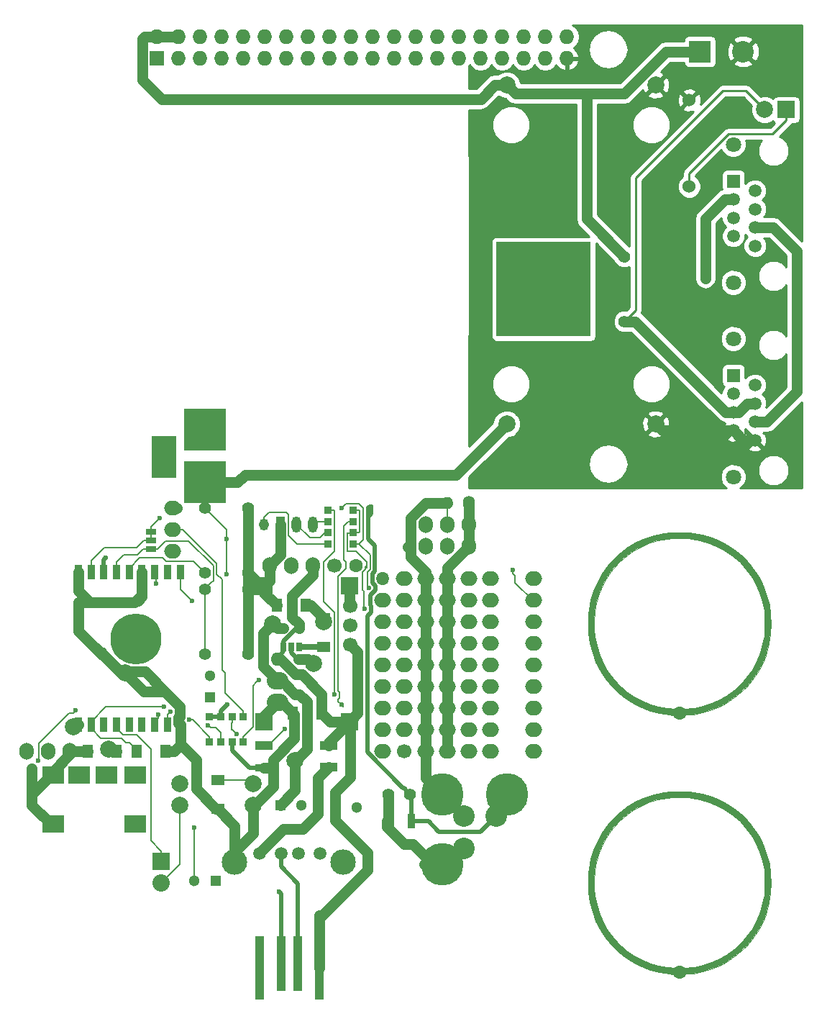
<source format=gbr>
G04 #@! TF.FileFunction,Copper,L1,Top,Signal*
%FSLAX46Y46*%
G04 Gerber Fmt 4.6, Leading zero omitted, Abs format (unit mm)*
G04 Created by KiCad (PCBNEW 4.0.2+dfsg1-stable) date 2016年08月05日 19時27分02秒*
%MOMM*%
G01*
G04 APERTURE LIST*
%ADD10C,0.100000*%
%ADD11C,0.010000*%
%ADD12C,1.600000*%
%ADD13C,2.000000*%
%ADD14R,0.900000X1.700000*%
%ADD15C,6.000000*%
%ADD16O,1.117600X1.400000*%
%ADD17R,1.117600X1.905000*%
%ADD18O,1.117600X1.905000*%
%ADD19C,2.540000*%
%ADD20R,2.500000X2.000000*%
%ADD21R,2.000000X2.000000*%
%ADD22C,1.501140*%
%ADD23O,3.000000X3.000000*%
%ADD24C,1.699260*%
%ADD25R,1.600000X1.200000*%
%ADD26C,1.300000*%
%ADD27R,1.300000X1.300000*%
%ADD28O,2.540000X2.032000*%
%ADD29O,1.600000X1.600000*%
%ADD30C,5.000000*%
%ADD31R,1.998980X0.899160*%
%ADD32R,1.998980X1.000760*%
%ADD33O,2.000000X1.700000*%
%ADD34R,1.200000X0.800000*%
%ADD35O,1.700000X2.000000*%
%ADD36C,1.700000*%
%ADD37O,1.400000X1.400000*%
%ADD38O,1.400000X1.700000*%
%ADD39R,1.000000X7.410000*%
%ADD40R,1.000000X6.410000*%
%ADD41C,1.397000*%
%ADD42R,1.200000X1.600000*%
%ADD43O,1.500000X1.600000*%
%ADD44R,0.900000X0.900000*%
%ADD45R,2.032000X2.032000*%
%ADD46O,2.032000X2.032000*%
%ADD47R,0.650000X1.060000*%
%ADD48R,2.540000X2.540000*%
%ADD49C,1.524000*%
%ADD50C,1.800000*%
%ADD51R,1.501140X1.501140*%
%ADD52R,2.999740X5.001260*%
%ADD53R,5.001260X5.001260*%
%ADD54R,1.727200X1.727200*%
%ADD55O,1.727200X1.727200*%
%ADD56C,0.600000*%
%ADD57C,1.270000*%
%ADD58C,0.203200*%
%ADD59C,0.508000*%
%ADD60C,0.635000*%
%ADD61C,0.250000*%
%ADD62C,0.254000*%
G04 APERTURE END LIST*
D10*
D11*
G36*
X215285535Y-94669095D02*
X215748132Y-94695102D01*
X216120650Y-94734129D01*
X216122250Y-94734360D01*
X217269731Y-94960898D01*
X218358334Y-95295693D01*
X219383805Y-95732349D01*
X220341892Y-96264470D01*
X221228340Y-96885661D01*
X222038896Y-97589525D01*
X222769306Y-98369668D01*
X223415319Y-99219694D01*
X223972679Y-100133207D01*
X224437133Y-101103811D01*
X224804429Y-102125112D01*
X225070313Y-103190712D01*
X225230530Y-104294217D01*
X225280829Y-105429231D01*
X225216955Y-106589358D01*
X225034655Y-107768202D01*
X224974629Y-108045250D01*
X224658831Y-109145444D01*
X224226836Y-110197085D01*
X223682334Y-111193513D01*
X223029021Y-112128068D01*
X222270587Y-112994088D01*
X222179391Y-113086391D01*
X221324486Y-113855489D01*
X220405861Y-114516061D01*
X219421627Y-115069043D01*
X218369897Y-115515372D01*
X217248783Y-115855986D01*
X216154000Y-116076860D01*
X215833004Y-116114358D01*
X215421989Y-116143464D01*
X214957710Y-116163342D01*
X214476921Y-116173156D01*
X214016377Y-116172068D01*
X213612835Y-116159244D01*
X213360000Y-116140421D01*
X212188545Y-115957358D01*
X211068773Y-115662034D01*
X210006293Y-115259811D01*
X209006716Y-114756051D01*
X208075651Y-114156116D01*
X207218708Y-113465368D01*
X206441497Y-112689169D01*
X205749629Y-111832882D01*
X205148714Y-110901867D01*
X204644360Y-109901488D01*
X204242180Y-108837105D01*
X203947781Y-107714082D01*
X203827360Y-107029250D01*
X203788267Y-106657281D01*
X203762195Y-106195049D01*
X203749142Y-105678624D01*
X203749120Y-105317635D01*
X204459452Y-105317635D01*
X204464435Y-105841171D01*
X204484089Y-106332454D01*
X204518406Y-106751882D01*
X204533330Y-106870500D01*
X204752312Y-107989167D01*
X205083030Y-109053944D01*
X205520135Y-110058873D01*
X206058280Y-110998001D01*
X206692115Y-111865371D01*
X207416294Y-112655027D01*
X208225467Y-113361015D01*
X209114286Y-113977379D01*
X210077403Y-114498163D01*
X211109470Y-114917411D01*
X211994750Y-115179088D01*
X213024735Y-115373531D01*
X214111665Y-115460147D01*
X215244536Y-115438407D01*
X215963500Y-115370483D01*
X216302708Y-115320314D01*
X216676909Y-115251875D01*
X217006097Y-115179821D01*
X217011250Y-115178548D01*
X218092245Y-114847985D01*
X219109552Y-114410637D01*
X220057710Y-113872581D01*
X220931262Y-113239896D01*
X221724749Y-112518660D01*
X222432712Y-111714952D01*
X223049692Y-110834849D01*
X223570231Y-109884430D01*
X223988869Y-108869773D01*
X224300149Y-107796957D01*
X224472533Y-106870500D01*
X224511547Y-106484971D01*
X224535899Y-106013199D01*
X224545591Y-105495092D01*
X224540622Y-104970557D01*
X224520992Y-104479502D01*
X224486701Y-104061835D01*
X224472533Y-103949500D01*
X224254012Y-102832775D01*
X223923940Y-101770388D01*
X223488134Y-100768154D01*
X222952409Y-99831889D01*
X222322580Y-98967408D01*
X221604461Y-98180527D01*
X220803869Y-97477060D01*
X219926619Y-96862823D01*
X218978525Y-96343631D01*
X217965404Y-95925299D01*
X216893069Y-95613644D01*
X215963500Y-95440330D01*
X215577337Y-95401056D01*
X215105926Y-95376441D01*
X214588867Y-95366495D01*
X214065760Y-95371227D01*
X213576204Y-95390646D01*
X213159800Y-95424763D01*
X213042500Y-95439631D01*
X211907794Y-95661181D01*
X210834196Y-95993997D01*
X209821913Y-96437980D01*
X208871152Y-96993027D01*
X207982120Y-97659038D01*
X207398693Y-98189199D01*
X206648290Y-99011982D01*
X206003274Y-99904668D01*
X205465369Y-100863793D01*
X205036299Y-101885890D01*
X204717789Y-102967497D01*
X204532631Y-103949500D01*
X204493540Y-104332199D01*
X204469151Y-104801444D01*
X204459452Y-105317635D01*
X203749120Y-105317635D01*
X203749109Y-105144073D01*
X203762095Y-104627464D01*
X203788102Y-104164867D01*
X203827129Y-103792349D01*
X203827360Y-103790750D01*
X204056021Y-102635768D01*
X204396297Y-101535229D01*
X204842560Y-100494761D01*
X205389179Y-99519994D01*
X206030527Y-98616556D01*
X206760973Y-97790077D01*
X207574889Y-97046186D01*
X208466646Y-96390513D01*
X209430613Y-95828685D01*
X210461163Y-95366333D01*
X211552666Y-95009086D01*
X212699492Y-94762572D01*
X212883750Y-94734360D01*
X213255718Y-94695267D01*
X213717950Y-94669195D01*
X214234375Y-94656142D01*
X214768926Y-94656109D01*
X215285535Y-94669095D01*
X215285535Y-94669095D01*
G37*
X215285535Y-94669095D02*
X215748132Y-94695102D01*
X216120650Y-94734129D01*
X216122250Y-94734360D01*
X217269731Y-94960898D01*
X218358334Y-95295693D01*
X219383805Y-95732349D01*
X220341892Y-96264470D01*
X221228340Y-96885661D01*
X222038896Y-97589525D01*
X222769306Y-98369668D01*
X223415319Y-99219694D01*
X223972679Y-100133207D01*
X224437133Y-101103811D01*
X224804429Y-102125112D01*
X225070313Y-103190712D01*
X225230530Y-104294217D01*
X225280829Y-105429231D01*
X225216955Y-106589358D01*
X225034655Y-107768202D01*
X224974629Y-108045250D01*
X224658831Y-109145444D01*
X224226836Y-110197085D01*
X223682334Y-111193513D01*
X223029021Y-112128068D01*
X222270587Y-112994088D01*
X222179391Y-113086391D01*
X221324486Y-113855489D01*
X220405861Y-114516061D01*
X219421627Y-115069043D01*
X218369897Y-115515372D01*
X217248783Y-115855986D01*
X216154000Y-116076860D01*
X215833004Y-116114358D01*
X215421989Y-116143464D01*
X214957710Y-116163342D01*
X214476921Y-116173156D01*
X214016377Y-116172068D01*
X213612835Y-116159244D01*
X213360000Y-116140421D01*
X212188545Y-115957358D01*
X211068773Y-115662034D01*
X210006293Y-115259811D01*
X209006716Y-114756051D01*
X208075651Y-114156116D01*
X207218708Y-113465368D01*
X206441497Y-112689169D01*
X205749629Y-111832882D01*
X205148714Y-110901867D01*
X204644360Y-109901488D01*
X204242180Y-108837105D01*
X203947781Y-107714082D01*
X203827360Y-107029250D01*
X203788267Y-106657281D01*
X203762195Y-106195049D01*
X203749142Y-105678624D01*
X203749120Y-105317635D01*
X204459452Y-105317635D01*
X204464435Y-105841171D01*
X204484089Y-106332454D01*
X204518406Y-106751882D01*
X204533330Y-106870500D01*
X204752312Y-107989167D01*
X205083030Y-109053944D01*
X205520135Y-110058873D01*
X206058280Y-110998001D01*
X206692115Y-111865371D01*
X207416294Y-112655027D01*
X208225467Y-113361015D01*
X209114286Y-113977379D01*
X210077403Y-114498163D01*
X211109470Y-114917411D01*
X211994750Y-115179088D01*
X213024735Y-115373531D01*
X214111665Y-115460147D01*
X215244536Y-115438407D01*
X215963500Y-115370483D01*
X216302708Y-115320314D01*
X216676909Y-115251875D01*
X217006097Y-115179821D01*
X217011250Y-115178548D01*
X218092245Y-114847985D01*
X219109552Y-114410637D01*
X220057710Y-113872581D01*
X220931262Y-113239896D01*
X221724749Y-112518660D01*
X222432712Y-111714952D01*
X223049692Y-110834849D01*
X223570231Y-109884430D01*
X223988869Y-108869773D01*
X224300149Y-107796957D01*
X224472533Y-106870500D01*
X224511547Y-106484971D01*
X224535899Y-106013199D01*
X224545591Y-105495092D01*
X224540622Y-104970557D01*
X224520992Y-104479502D01*
X224486701Y-104061835D01*
X224472533Y-103949500D01*
X224254012Y-102832775D01*
X223923940Y-101770388D01*
X223488134Y-100768154D01*
X222952409Y-99831889D01*
X222322580Y-98967408D01*
X221604461Y-98180527D01*
X220803869Y-97477060D01*
X219926619Y-96862823D01*
X218978525Y-96343631D01*
X217965404Y-95925299D01*
X216893069Y-95613644D01*
X215963500Y-95440330D01*
X215577337Y-95401056D01*
X215105926Y-95376441D01*
X214588867Y-95366495D01*
X214065760Y-95371227D01*
X213576204Y-95390646D01*
X213159800Y-95424763D01*
X213042500Y-95439631D01*
X211907794Y-95661181D01*
X210834196Y-95993997D01*
X209821913Y-96437980D01*
X208871152Y-96993027D01*
X207982120Y-97659038D01*
X207398693Y-98189199D01*
X206648290Y-99011982D01*
X206003274Y-99904668D01*
X205465369Y-100863793D01*
X205036299Y-101885890D01*
X204717789Y-102967497D01*
X204532631Y-103949500D01*
X204493540Y-104332199D01*
X204469151Y-104801444D01*
X204459452Y-105317635D01*
X203749120Y-105317635D01*
X203749109Y-105144073D01*
X203762095Y-104627464D01*
X203788102Y-104164867D01*
X203827129Y-103792349D01*
X203827360Y-103790750D01*
X204056021Y-102635768D01*
X204396297Y-101535229D01*
X204842560Y-100494761D01*
X205389179Y-99519994D01*
X206030527Y-98616556D01*
X206760973Y-97790077D01*
X207574889Y-97046186D01*
X208466646Y-96390513D01*
X209430613Y-95828685D01*
X210461163Y-95366333D01*
X211552666Y-95009086D01*
X212699492Y-94762572D01*
X212883750Y-94734360D01*
X213255718Y-94695267D01*
X213717950Y-94669195D01*
X214234375Y-94656142D01*
X214768926Y-94656109D01*
X215285535Y-94669095D01*
G36*
X215285535Y-125149095D02*
X215748132Y-125175102D01*
X216120650Y-125214129D01*
X216122250Y-125214360D01*
X217269731Y-125440898D01*
X218358334Y-125775693D01*
X219383805Y-126212349D01*
X220341892Y-126744470D01*
X221228340Y-127365661D01*
X222038896Y-128069525D01*
X222769306Y-128849668D01*
X223415319Y-129699694D01*
X223972679Y-130613207D01*
X224437133Y-131583811D01*
X224804429Y-132605112D01*
X225070313Y-133670712D01*
X225230530Y-134774217D01*
X225280829Y-135909231D01*
X225216955Y-137069358D01*
X225034655Y-138248202D01*
X224974629Y-138525250D01*
X224658831Y-139625444D01*
X224226836Y-140677085D01*
X223682334Y-141673513D01*
X223029021Y-142608068D01*
X222270587Y-143474088D01*
X222179391Y-143566391D01*
X221324486Y-144335489D01*
X220405861Y-144996061D01*
X219421627Y-145549043D01*
X218369897Y-145995372D01*
X217248783Y-146335986D01*
X216154000Y-146556860D01*
X215833004Y-146594358D01*
X215421989Y-146623464D01*
X214957710Y-146643342D01*
X214476921Y-146653156D01*
X214016377Y-146652068D01*
X213612835Y-146639244D01*
X213360000Y-146620421D01*
X212188545Y-146437358D01*
X211068773Y-146142034D01*
X210006293Y-145739811D01*
X209006716Y-145236051D01*
X208075651Y-144636116D01*
X207218708Y-143945368D01*
X206441497Y-143169169D01*
X205749629Y-142312882D01*
X205148714Y-141381867D01*
X204644360Y-140381488D01*
X204242180Y-139317105D01*
X203947781Y-138194082D01*
X203827360Y-137509250D01*
X203788267Y-137137281D01*
X203762195Y-136675049D01*
X203749142Y-136158624D01*
X203749120Y-135797635D01*
X204459452Y-135797635D01*
X204464435Y-136321171D01*
X204484089Y-136812454D01*
X204518406Y-137231882D01*
X204533330Y-137350500D01*
X204752312Y-138469167D01*
X205083030Y-139533944D01*
X205520135Y-140538873D01*
X206058280Y-141478001D01*
X206692115Y-142345371D01*
X207416294Y-143135027D01*
X208225467Y-143841015D01*
X209114286Y-144457379D01*
X210077403Y-144978163D01*
X211109470Y-145397411D01*
X211994750Y-145659088D01*
X213024735Y-145853531D01*
X214111665Y-145940147D01*
X215244536Y-145918407D01*
X215963500Y-145850483D01*
X216302708Y-145800314D01*
X216676909Y-145731875D01*
X217006097Y-145659821D01*
X217011250Y-145658548D01*
X218092245Y-145327985D01*
X219109552Y-144890637D01*
X220057710Y-144352581D01*
X220931262Y-143719896D01*
X221724749Y-142998660D01*
X222432712Y-142194952D01*
X223049692Y-141314849D01*
X223570231Y-140364430D01*
X223988869Y-139349773D01*
X224300149Y-138276957D01*
X224472533Y-137350500D01*
X224511547Y-136964971D01*
X224535899Y-136493199D01*
X224545591Y-135975092D01*
X224540622Y-135450557D01*
X224520992Y-134959502D01*
X224486701Y-134541835D01*
X224472533Y-134429500D01*
X224254012Y-133312775D01*
X223923940Y-132250388D01*
X223488134Y-131248154D01*
X222952409Y-130311889D01*
X222322580Y-129447408D01*
X221604461Y-128660527D01*
X220803869Y-127957060D01*
X219926619Y-127342823D01*
X218978525Y-126823631D01*
X217965404Y-126405299D01*
X216893069Y-126093644D01*
X215963500Y-125920330D01*
X215577337Y-125881056D01*
X215105926Y-125856441D01*
X214588867Y-125846495D01*
X214065760Y-125851227D01*
X213576204Y-125870646D01*
X213159800Y-125904763D01*
X213042500Y-125919631D01*
X211907794Y-126141181D01*
X210834196Y-126473997D01*
X209821913Y-126917980D01*
X208871152Y-127473027D01*
X207982120Y-128139038D01*
X207398693Y-128669199D01*
X206648290Y-129491982D01*
X206003274Y-130384668D01*
X205465369Y-131343793D01*
X205036299Y-132365890D01*
X204717789Y-133447497D01*
X204532631Y-134429500D01*
X204493540Y-134812199D01*
X204469151Y-135281444D01*
X204459452Y-135797635D01*
X203749120Y-135797635D01*
X203749109Y-135624073D01*
X203762095Y-135107464D01*
X203788102Y-134644867D01*
X203827129Y-134272349D01*
X203827360Y-134270750D01*
X204056021Y-133115768D01*
X204396297Y-132015229D01*
X204842560Y-130974761D01*
X205389179Y-129999994D01*
X206030527Y-129096556D01*
X206760973Y-128270077D01*
X207574889Y-127526186D01*
X208466646Y-126870513D01*
X209430613Y-126308685D01*
X210461163Y-125846333D01*
X211552666Y-125489086D01*
X212699492Y-125242572D01*
X212883750Y-125214360D01*
X213255718Y-125175267D01*
X213717950Y-125149195D01*
X214234375Y-125136142D01*
X214768926Y-125136109D01*
X215285535Y-125149095D01*
X215285535Y-125149095D01*
G37*
X215285535Y-125149095D02*
X215748132Y-125175102D01*
X216120650Y-125214129D01*
X216122250Y-125214360D01*
X217269731Y-125440898D01*
X218358334Y-125775693D01*
X219383805Y-126212349D01*
X220341892Y-126744470D01*
X221228340Y-127365661D01*
X222038896Y-128069525D01*
X222769306Y-128849668D01*
X223415319Y-129699694D01*
X223972679Y-130613207D01*
X224437133Y-131583811D01*
X224804429Y-132605112D01*
X225070313Y-133670712D01*
X225230530Y-134774217D01*
X225280829Y-135909231D01*
X225216955Y-137069358D01*
X225034655Y-138248202D01*
X224974629Y-138525250D01*
X224658831Y-139625444D01*
X224226836Y-140677085D01*
X223682334Y-141673513D01*
X223029021Y-142608068D01*
X222270587Y-143474088D01*
X222179391Y-143566391D01*
X221324486Y-144335489D01*
X220405861Y-144996061D01*
X219421627Y-145549043D01*
X218369897Y-145995372D01*
X217248783Y-146335986D01*
X216154000Y-146556860D01*
X215833004Y-146594358D01*
X215421989Y-146623464D01*
X214957710Y-146643342D01*
X214476921Y-146653156D01*
X214016377Y-146652068D01*
X213612835Y-146639244D01*
X213360000Y-146620421D01*
X212188545Y-146437358D01*
X211068773Y-146142034D01*
X210006293Y-145739811D01*
X209006716Y-145236051D01*
X208075651Y-144636116D01*
X207218708Y-143945368D01*
X206441497Y-143169169D01*
X205749629Y-142312882D01*
X205148714Y-141381867D01*
X204644360Y-140381488D01*
X204242180Y-139317105D01*
X203947781Y-138194082D01*
X203827360Y-137509250D01*
X203788267Y-137137281D01*
X203762195Y-136675049D01*
X203749142Y-136158624D01*
X203749120Y-135797635D01*
X204459452Y-135797635D01*
X204464435Y-136321171D01*
X204484089Y-136812454D01*
X204518406Y-137231882D01*
X204533330Y-137350500D01*
X204752312Y-138469167D01*
X205083030Y-139533944D01*
X205520135Y-140538873D01*
X206058280Y-141478001D01*
X206692115Y-142345371D01*
X207416294Y-143135027D01*
X208225467Y-143841015D01*
X209114286Y-144457379D01*
X210077403Y-144978163D01*
X211109470Y-145397411D01*
X211994750Y-145659088D01*
X213024735Y-145853531D01*
X214111665Y-145940147D01*
X215244536Y-145918407D01*
X215963500Y-145850483D01*
X216302708Y-145800314D01*
X216676909Y-145731875D01*
X217006097Y-145659821D01*
X217011250Y-145658548D01*
X218092245Y-145327985D01*
X219109552Y-144890637D01*
X220057710Y-144352581D01*
X220931262Y-143719896D01*
X221724749Y-142998660D01*
X222432712Y-142194952D01*
X223049692Y-141314849D01*
X223570231Y-140364430D01*
X223988869Y-139349773D01*
X224300149Y-138276957D01*
X224472533Y-137350500D01*
X224511547Y-136964971D01*
X224535899Y-136493199D01*
X224545591Y-135975092D01*
X224540622Y-135450557D01*
X224520992Y-134959502D01*
X224486701Y-134541835D01*
X224472533Y-134429500D01*
X224254012Y-133312775D01*
X223923940Y-132250388D01*
X223488134Y-131248154D01*
X222952409Y-130311889D01*
X222322580Y-129447408D01*
X221604461Y-128660527D01*
X220803869Y-127957060D01*
X219926619Y-127342823D01*
X218978525Y-126823631D01*
X217965404Y-126405299D01*
X216893069Y-126093644D01*
X215963500Y-125920330D01*
X215577337Y-125881056D01*
X215105926Y-125856441D01*
X214588867Y-125846495D01*
X214065760Y-125851227D01*
X213576204Y-125870646D01*
X213159800Y-125904763D01*
X213042500Y-125919631D01*
X211907794Y-126141181D01*
X210834196Y-126473997D01*
X209821913Y-126917980D01*
X208871152Y-127473027D01*
X207982120Y-128139038D01*
X207398693Y-128669199D01*
X206648290Y-129491982D01*
X206003274Y-130384668D01*
X205465369Y-131343793D01*
X205036299Y-132365890D01*
X204717789Y-133447497D01*
X204532631Y-134429500D01*
X204493540Y-134812199D01*
X204469151Y-135281444D01*
X204459452Y-135797635D01*
X203749120Y-135797635D01*
X203749109Y-135624073D01*
X203762095Y-135107464D01*
X203788102Y-134644867D01*
X203827129Y-134272349D01*
X203827360Y-134270750D01*
X204056021Y-133115768D01*
X204396297Y-132015229D01*
X204842560Y-130974761D01*
X205389179Y-129999994D01*
X206030527Y-129096556D01*
X206760973Y-128270077D01*
X207574889Y-127526186D01*
X208466646Y-126870513D01*
X209430613Y-126308685D01*
X210461163Y-125846333D01*
X211552666Y-125489086D01*
X212699492Y-125242572D01*
X212883750Y-125214360D01*
X213255718Y-125175267D01*
X213717950Y-125149195D01*
X214234375Y-125136142D01*
X214768926Y-125136109D01*
X215285535Y-125149095D01*
D12*
X214503000Y-115910000D03*
X214503000Y-146390000D03*
D13*
X155702000Y-124206000D03*
X164338000Y-124206000D03*
D14*
X143733000Y-99331000D03*
X143733000Y-117331000D03*
X145233000Y-99331000D03*
X145233000Y-117331000D03*
X146733000Y-99331000D03*
X146733000Y-117331000D03*
X148233000Y-99331000D03*
X148233000Y-117331000D03*
X149733000Y-99331000D03*
X149733000Y-117331000D03*
X151233000Y-99331000D03*
X151233000Y-117331000D03*
X152733000Y-99331000D03*
X152733000Y-117331000D03*
X154233000Y-99331000D03*
X154233000Y-117331000D03*
X155733000Y-99331000D03*
X155733000Y-117331000D03*
D15*
X150533000Y-107231000D03*
D16*
X165608000Y-93726000D03*
D17*
X167513000Y-93726000D03*
D18*
X169418000Y-93726000D03*
X171323000Y-93726000D03*
D19*
X189103000Y-131826000D03*
X189103000Y-128016000D03*
X192913000Y-128016000D03*
D20*
X150438000Y-129011000D03*
X140738000Y-129011000D03*
X147038000Y-123211000D03*
X150438000Y-123211000D03*
X140738000Y-123211000D03*
X143838000Y-123211000D03*
D21*
X175624500Y-100965500D03*
X165624500Y-100965500D03*
X165624500Y-116965500D03*
X175624500Y-116965500D03*
D22*
X172149860Y-132458880D03*
X169609860Y-132458880D03*
X167577860Y-132458880D03*
X165037860Y-132458880D03*
D23*
X174937000Y-133491000D03*
X162137000Y-133491000D03*
D24*
X175768000Y-105600000D03*
X175768000Y-103308920D03*
X175768000Y-107891080D03*
D25*
X172593000Y-108126000D03*
X172593000Y-104726000D03*
D26*
X176490000Y-127000000D03*
D27*
X173990000Y-127000000D03*
D28*
X167182800Y-114706400D03*
X167182800Y-112166400D03*
D29*
X167182800Y-109626400D03*
D30*
X186563000Y-133731000D03*
X186563000Y-125476000D03*
X194183000Y-125476000D03*
D31*
X165618160Y-122379740D03*
D32*
X165618160Y-119730520D03*
X173217840Y-119730520D03*
X173217840Y-122331480D03*
D33*
X154813000Y-96901000D03*
X154813000Y-94361000D03*
X154813000Y-91821000D03*
D34*
X152273000Y-94631000D03*
X152273000Y-96631000D03*
X152273000Y-95631000D03*
D35*
X142748000Y-120396000D03*
X140208000Y-120396000D03*
X137668000Y-120396000D03*
X166243000Y-98552000D03*
X171323000Y-98552000D03*
X168783000Y-98552000D03*
D36*
X173863000Y-98552000D03*
D12*
X176403000Y-98552000D03*
D35*
X189738000Y-96266000D03*
X187198000Y-96266000D03*
X184658000Y-96266000D03*
X189738000Y-93726000D03*
X187198000Y-93726000D03*
X184658000Y-93726000D03*
D37*
X187198000Y-91186000D03*
D38*
X189738000Y-91186000D03*
D39*
X165093000Y-145941000D03*
D40*
X167593000Y-145441000D03*
X169593000Y-145441000D03*
D39*
X172093000Y-145941000D03*
D41*
X180213000Y-125476000D03*
X182753000Y-125476000D03*
D13*
X155702000Y-126746000D03*
X164338000Y-126746000D03*
D41*
X163703000Y-108966000D03*
X158623000Y-108966000D03*
X163703000Y-101346000D03*
X158623000Y-101346000D03*
D42*
X148258000Y-120396000D03*
X144858000Y-120396000D03*
X150573000Y-120396000D03*
X153973000Y-120396000D03*
D25*
X160147000Y-123825000D03*
X160147000Y-127225000D03*
D27*
X159258000Y-114046000D03*
D26*
X159258000Y-111546000D03*
X157393000Y-135636000D03*
D27*
X159893000Y-135636000D03*
D33*
X197359000Y-120396000D03*
X197359000Y-110236000D03*
X197359000Y-112776000D03*
X197359000Y-117856000D03*
X197359000Y-115316000D03*
X197359000Y-105156000D03*
X197359000Y-107696000D03*
X197359000Y-102616000D03*
X197359000Y-100076000D03*
X189739000Y-120396000D03*
X189739000Y-110236000D03*
X189739000Y-112776000D03*
X189739000Y-117856000D03*
X189739000Y-115316000D03*
X189739000Y-105156000D03*
X189739000Y-107696000D03*
X189739000Y-102616000D03*
X189739000Y-100076000D03*
X184659000Y-120396000D03*
X184659000Y-110236000D03*
X184659000Y-112776000D03*
X184659000Y-117856000D03*
X184659000Y-115316000D03*
X184659000Y-105156000D03*
X184659000Y-107696000D03*
X184659000Y-102616000D03*
X184659000Y-100076000D03*
X187199000Y-120396000D03*
X187199000Y-110236000D03*
X187199000Y-112776000D03*
X187199000Y-117856000D03*
X187199000Y-115316000D03*
X187199000Y-105156000D03*
X187199000Y-107696000D03*
X187199000Y-102616000D03*
X187199000Y-100076000D03*
X192279000Y-120396000D03*
X192279000Y-110236000D03*
X192279000Y-112776000D03*
X192279000Y-117856000D03*
X192279000Y-115316000D03*
X192279000Y-105156000D03*
X192279000Y-107696000D03*
X192279000Y-102616000D03*
X192279000Y-100076000D03*
X179579000Y-120396000D03*
X179579000Y-110236000D03*
X179579000Y-112776000D03*
X179579000Y-117856000D03*
X179579000Y-115316000D03*
X179579000Y-105156000D03*
X179579000Y-107696000D03*
X179579000Y-102616000D03*
D43*
X179579000Y-100076000D03*
D36*
X182119000Y-120396000D03*
D33*
X182119000Y-110236000D03*
X182119000Y-112776000D03*
X182119000Y-117856000D03*
X182119000Y-115316000D03*
X182119000Y-105156000D03*
X182119000Y-107696000D03*
X182119000Y-102616000D03*
X182119000Y-100076000D03*
D44*
X163163000Y-116356000D03*
X159163000Y-116356000D03*
X161823000Y-116356000D03*
X160503000Y-116356000D03*
X161823000Y-119356000D03*
X163163000Y-119356000D03*
X159163000Y-119356000D03*
X160503000Y-119356000D03*
D45*
X153517600Y-133400800D03*
D46*
X153517600Y-135940800D03*
D14*
X180033000Y-128651000D03*
X182933000Y-128651000D03*
D41*
X158623000Y-91821000D03*
X163703000Y-91821000D03*
X158623000Y-99441000D03*
X163703000Y-99441000D03*
D42*
X172388000Y-115951000D03*
X168988000Y-115951000D03*
X170483000Y-103251000D03*
X167083000Y-103251000D03*
D26*
X170013000Y-126746000D03*
D27*
X167513000Y-126746000D03*
D47*
X167833000Y-108161000D03*
X168783000Y-108161000D03*
X169733000Y-108161000D03*
X169733000Y-105961000D03*
X167833000Y-105961000D03*
D44*
X176125000Y-96043500D03*
X176125000Y-92043500D03*
X176125000Y-94703500D03*
X176125000Y-93383500D03*
X173125000Y-94703500D03*
X173125000Y-96043500D03*
X173125000Y-92043500D03*
X173125000Y-93383500D03*
D48*
X216916000Y-38100000D03*
D19*
X221996000Y-38100000D03*
D49*
X215646000Y-53975000D03*
X215646000Y-43815000D03*
D41*
X208026000Y-62230000D03*
X208026000Y-69850000D03*
D21*
X227088000Y-44945000D03*
D13*
X224548000Y-44945000D03*
X194183000Y-81915000D03*
X194183000Y-42037000D03*
X211709000Y-81915000D03*
X211709000Y-42037000D03*
D10*
G36*
X198961000Y-71580000D02*
X192961000Y-71580000D01*
X192961000Y-65580000D01*
X198961000Y-65580000D01*
X198961000Y-71580000D01*
X198961000Y-71580000D01*
G37*
G36*
X198961000Y-66500000D02*
X192961000Y-66500000D01*
X192961000Y-60500000D01*
X198961000Y-60500000D01*
X198961000Y-66500000D01*
X198961000Y-66500000D01*
G37*
G36*
X204041000Y-71580000D02*
X198041000Y-71580000D01*
X198041000Y-65580000D01*
X204041000Y-65580000D01*
X204041000Y-71580000D01*
X204041000Y-71580000D01*
G37*
G36*
X204041000Y-66500000D02*
X198041000Y-66500000D01*
X198041000Y-60500000D01*
X204041000Y-60500000D01*
X204041000Y-66500000D01*
X204041000Y-66500000D01*
G37*
D50*
X220853000Y-71882000D03*
X220853000Y-88138000D03*
D22*
X223393000Y-83820000D03*
X220853000Y-82677000D03*
X223393000Y-81661000D03*
X220853000Y-80518000D03*
X223393000Y-79502000D03*
X220853000Y-78359000D03*
X223393000Y-77343000D03*
D51*
X220853000Y-76200000D03*
D50*
X220853000Y-49022000D03*
X220853000Y-65278000D03*
D22*
X223393000Y-60960000D03*
X220853000Y-59817000D03*
X223393000Y-58801000D03*
X220853000Y-57658000D03*
X223393000Y-56642000D03*
X220853000Y-55499000D03*
X223393000Y-54483000D03*
D51*
X220853000Y-53340000D03*
D52*
X153822400Y-85801200D03*
D53*
X158673800Y-88800940D03*
X158623000Y-82550000D03*
D54*
X152988000Y-38895000D03*
D55*
X152988000Y-36355000D03*
X155528000Y-38895000D03*
X155528000Y-36355000D03*
X158068000Y-38895000D03*
X158068000Y-36355000D03*
X160608000Y-38895000D03*
X160608000Y-36355000D03*
X163148000Y-38895000D03*
X163148000Y-36355000D03*
X165688000Y-38895000D03*
X165688000Y-36355000D03*
X168228000Y-38895000D03*
X168228000Y-36355000D03*
X170768000Y-38895000D03*
X170768000Y-36355000D03*
X173308000Y-38895000D03*
X173308000Y-36355000D03*
X175848000Y-38895000D03*
X175848000Y-36355000D03*
X178388000Y-38895000D03*
X178388000Y-36355000D03*
X180928000Y-38895000D03*
X180928000Y-36355000D03*
X183468000Y-38895000D03*
X183468000Y-36355000D03*
X186008000Y-38895000D03*
X186008000Y-36355000D03*
X188548000Y-38895000D03*
X188548000Y-36355000D03*
X191088000Y-38895000D03*
X191088000Y-36355000D03*
X193628000Y-38895000D03*
X193628000Y-36355000D03*
X196168000Y-38895000D03*
X196168000Y-36355000D03*
X198708000Y-38895000D03*
X198708000Y-36355000D03*
X201248000Y-38895000D03*
X201248000Y-36355000D03*
D13*
X143140717Y-117524015D03*
D56*
X161265796Y-114960400D03*
D13*
X172589969Y-105186760D03*
X147288388Y-120173620D03*
X169226613Y-121569027D03*
D56*
X182524400Y-96367600D03*
D13*
X166624000Y-105410000D03*
X171424600Y-110134400D03*
X149277033Y-111238824D03*
D56*
X150749000Y-102743000D03*
X177909210Y-101225289D03*
X174701200Y-91846400D03*
X153339800Y-92989400D03*
X152908000Y-100711000D03*
X171856979Y-98537771D03*
X157353000Y-129413000D03*
X161145721Y-95478600D03*
X161145721Y-99623461D03*
X194868800Y-99060000D03*
X167323000Y-136906000D03*
X178201042Y-91668600D03*
X146964400Y-97688400D03*
X153831893Y-115199283D03*
X159004000Y-117348000D03*
X139039600Y-121539000D03*
X143433800Y-115620800D03*
X154233000Y-99331000D03*
X174701200Y-114960400D03*
X162374219Y-118416341D03*
X151232980Y-117331019D03*
X156758054Y-116728955D03*
X153162000Y-116078000D03*
X146685000Y-117475000D03*
X149733000Y-117331000D03*
X157108903Y-102733097D03*
X177444400Y-103682800D03*
X154554694Y-115800903D03*
X164985473Y-112026473D03*
X168020512Y-117835260D03*
X173891589Y-113766600D03*
X148233000Y-117331000D03*
X217551000Y-64770000D03*
D57*
X167182800Y-112166400D02*
X167690800Y-112166400D01*
X167690800Y-112166400D02*
X169240200Y-113715800D01*
X169240200Y-113715800D02*
X169748200Y-113715800D01*
D58*
X187198000Y-93726000D02*
X187198000Y-91186000D01*
D57*
X143733000Y-117331000D02*
X143333732Y-117331000D01*
X143333732Y-117331000D02*
X143140717Y-117524015D01*
D59*
X161265796Y-114960400D02*
X160503000Y-115723196D01*
X160503000Y-115723196D02*
X160503000Y-116356000D01*
D57*
X172593000Y-104726000D02*
X172593000Y-105183729D01*
X172593000Y-105183729D02*
X172589969Y-105186760D01*
X169748200Y-113715800D02*
X170626013Y-114593613D01*
X170626013Y-114593613D02*
X170626013Y-120169627D01*
X170226612Y-120569028D02*
X169226613Y-121569027D01*
X170626013Y-120169627D02*
X170226612Y-120569028D01*
D59*
X160503000Y-116356000D02*
X159163000Y-116356000D01*
D57*
X147510768Y-120396000D02*
X147288388Y-120173620D01*
X148258000Y-120396000D02*
X147510768Y-120396000D01*
X169226613Y-125032387D02*
X169226613Y-122983240D01*
X169226613Y-122983240D02*
X169226613Y-121569027D01*
X167513000Y-126746000D02*
X169226613Y-125032387D01*
X182575200Y-96418400D02*
X182880000Y-96418400D01*
X182524400Y-96367600D02*
X182575200Y-96418400D01*
X186563000Y-125476000D02*
X189103000Y-128016000D01*
X184659000Y-120396000D02*
X184659000Y-123572000D01*
X184659000Y-123572000D02*
X186563000Y-125476000D01*
X167182800Y-112166400D02*
X167182800Y-112115600D01*
X167182800Y-112115600D02*
X165506400Y-110439200D01*
X165506400Y-110439200D02*
X165506400Y-106527600D01*
X165506400Y-106527600D02*
X166624000Y-105410000D01*
X184659000Y-100076000D02*
X184659000Y-99315000D01*
X184659000Y-99315000D02*
X182880000Y-97536000D01*
X184658000Y-91186000D02*
X187198000Y-91186000D01*
X182880000Y-92964000D02*
X184658000Y-91186000D01*
X182880000Y-97536000D02*
X182880000Y-96418400D01*
X182880000Y-96418400D02*
X182880000Y-92964000D01*
X167833000Y-105961000D02*
X167175000Y-105961000D01*
X167175000Y-105961000D02*
X166624000Y-105410000D01*
X166624000Y-105410000D02*
X166370000Y-105156000D01*
X175624500Y-100965500D02*
X175624500Y-103165420D01*
X175624500Y-103165420D02*
X175768000Y-103308920D01*
X170483000Y-103251000D02*
X171118000Y-103251000D01*
X171118000Y-103251000D02*
X172593000Y-104726000D01*
X184659000Y-107696000D02*
X184659000Y-105156000D01*
D60*
X143637000Y-117427000D02*
X143733000Y-117331000D01*
D57*
X184659000Y-102616000D02*
X184659000Y-100076000D01*
X184659000Y-105156000D02*
X184659000Y-102616000D01*
X184659000Y-110236000D02*
X184659000Y-107696000D01*
X184659000Y-112776000D02*
X184659000Y-110236000D01*
X184659000Y-115316000D02*
X184659000Y-112776000D01*
X184659000Y-117856000D02*
X184659000Y-115316000D01*
X184659000Y-120396000D02*
X184659000Y-117856000D01*
X138218000Y-125481000D02*
X138218000Y-122470000D01*
X140488000Y-123211000D02*
X138218000Y-125481000D01*
X138218000Y-125481000D02*
X138218000Y-126741000D01*
X138218000Y-126741000D02*
X140488000Y-129011000D01*
X169672000Y-109575600D02*
X170738800Y-109575600D01*
D59*
X168783000Y-108813600D02*
X169545000Y-109575600D01*
X169545000Y-109575600D02*
X169672000Y-109575600D01*
X168783000Y-108161000D02*
X168783000Y-108813600D01*
D57*
X171373800Y-110083600D02*
X171424600Y-110134400D01*
X171246800Y-110083600D02*
X171373800Y-110083600D01*
X170738800Y-109575600D02*
X171246800Y-110083600D01*
X163703000Y-101346000D02*
X163703000Y-99441000D01*
X165624500Y-100965500D02*
X165227500Y-100965500D01*
X165227500Y-100965500D02*
X163703000Y-99441000D01*
X163703000Y-101346000D02*
X165244000Y-101346000D01*
X165244000Y-101346000D02*
X165624500Y-100965500D01*
X163703000Y-108966000D02*
X163703000Y-101346000D01*
X165624500Y-100965500D02*
X165624500Y-101792500D01*
X165624500Y-101792500D02*
X167083000Y-103251000D01*
D58*
X189738000Y-93726000D02*
X189738000Y-96266000D01*
X189738000Y-93726000D02*
X189738000Y-91186000D01*
D57*
X151472886Y-113434677D02*
X150277032Y-112238823D01*
D60*
X146685000Y-108646791D02*
X148277034Y-110238825D01*
D57*
X153784448Y-113434677D02*
X151472886Y-113434677D01*
D60*
X146685000Y-108585000D02*
X146685000Y-108646791D01*
D57*
X150277032Y-112238823D02*
X149277033Y-111238824D01*
D60*
X148277034Y-110238825D02*
X149277033Y-111238824D01*
D57*
X153933000Y-113411000D02*
X153909323Y-113434677D01*
X153909323Y-113434677D02*
X153784448Y-113434677D01*
D60*
X155733000Y-115383229D02*
X153784448Y-113434677D01*
X155733000Y-117331000D02*
X155733000Y-115383229D01*
D57*
X155689696Y-115167696D02*
X153933000Y-113411000D01*
X155733000Y-117331000D02*
X155548011Y-117146011D01*
X155689696Y-116345705D02*
X155689696Y-115167696D01*
X155548011Y-116487390D02*
X155689696Y-116345705D01*
X155548011Y-117146011D02*
X155548011Y-116487390D01*
X166672260Y-121407578D02*
X169156002Y-118923836D01*
X169156002Y-118923836D02*
X169156002Y-116119002D01*
X166672260Y-122379740D02*
X166672260Y-121407578D01*
X169156002Y-116119002D02*
X168988000Y-115951000D01*
D59*
X161823000Y-119356000D02*
X161823000Y-120314000D01*
X163888740Y-122379740D02*
X164110670Y-122379740D01*
X161823000Y-120314000D02*
X163888740Y-122379740D01*
X164110670Y-122379740D02*
X165618160Y-122379740D01*
D57*
X160147000Y-127225000D02*
X159947000Y-127225000D01*
X155733000Y-119590152D02*
X155733000Y-118496600D01*
X157592854Y-121450006D02*
X155733000Y-119590152D01*
X157592854Y-124870854D02*
X157592854Y-121450006D01*
X159947000Y-127225000D02*
X157592854Y-124870854D01*
X140738000Y-123211000D02*
X140738000Y-122812400D01*
X140738000Y-122812400D02*
X142748000Y-120802400D01*
X142748000Y-120802400D02*
X142748000Y-120396000D01*
X164338000Y-126746000D02*
X164490400Y-126746000D01*
X164490400Y-126746000D02*
X166672260Y-124564140D01*
X166672260Y-124564140D02*
X166672260Y-122379740D01*
X164338000Y-126746000D02*
X164338000Y-130048000D01*
X164338000Y-130048000D02*
X162137000Y-132249000D01*
X162137000Y-132249000D02*
X162137000Y-133491000D01*
X186563000Y-133731000D02*
X185445400Y-133731000D01*
X185445400Y-133731000D02*
X183083200Y-131368800D01*
X183083200Y-131368800D02*
X182067200Y-131368800D01*
X182067200Y-131368800D02*
X180213000Y-129514600D01*
X180213000Y-129514600D02*
X180213000Y-125476000D01*
X187199000Y-100076000D02*
X187199000Y-98805000D01*
X187199000Y-98805000D02*
X189738000Y-96266000D01*
X189738000Y-96266000D02*
X189738000Y-91186000D01*
X180033000Y-128651000D02*
X180033000Y-129334600D01*
X184429400Y-133731000D02*
X186563000Y-133731000D01*
X180213000Y-125476000D02*
X180213000Y-128471000D01*
X180213000Y-128471000D02*
X180033000Y-128651000D01*
X162137000Y-133491000D02*
X162137000Y-129215000D01*
X162137000Y-129215000D02*
X160147000Y-127225000D01*
X144858000Y-120396000D02*
X142748000Y-120396000D01*
X153973000Y-120396000D02*
X154990800Y-120396000D01*
X155733000Y-119653800D02*
X155733000Y-118496600D01*
X155733000Y-118496600D02*
X155733000Y-117331000D01*
X154990800Y-120396000D02*
X155733000Y-119653800D01*
X163703000Y-99441000D02*
X163703000Y-91821000D01*
X165618160Y-122379740D02*
X166672260Y-122379740D01*
X167182800Y-114706400D02*
X167743400Y-114706400D01*
X167743400Y-114706400D02*
X168988000Y-115951000D01*
X165624500Y-116965500D02*
X165624500Y-116264700D01*
X165624500Y-116264700D02*
X167182800Y-114706400D01*
X151233000Y-100816000D02*
X151233000Y-102259000D01*
X151233000Y-102259000D02*
X150749000Y-102743000D01*
X151233000Y-99331000D02*
X151233000Y-100816000D01*
X143733000Y-99331000D02*
X143733000Y-101569000D01*
X143733000Y-101569000D02*
X145065235Y-102901235D01*
X154813000Y-91821000D02*
X155321000Y-91821000D01*
X166243000Y-98552000D02*
X166243000Y-100347000D01*
X166243000Y-100347000D02*
X165624500Y-100965500D01*
X167513000Y-93726000D02*
X167513000Y-97282000D01*
X167513000Y-97282000D02*
X166243000Y-98552000D01*
X153933000Y-113411000D02*
X151588001Y-111066001D01*
X140738000Y-123211000D02*
X140488000Y-123211000D01*
X140488000Y-129011000D02*
X140738000Y-129011000D01*
X150368000Y-102901235D02*
X145065235Y-102901235D01*
X145065235Y-102901235D02*
X143764235Y-102901235D01*
X143733000Y-106268000D02*
X143733000Y-102870000D01*
X143764235Y-102901235D02*
X143733000Y-102870000D01*
D60*
X150368000Y-102901235D02*
X150749000Y-102743000D01*
D57*
X151233000Y-102036235D02*
X150368000Y-102901235D01*
X148531001Y-111066001D02*
X143733000Y-106268000D01*
X151588001Y-111066001D02*
X148531001Y-111066001D01*
X187199000Y-117856000D02*
X187199000Y-120396000D01*
X187199000Y-115316000D02*
X187199000Y-117856000D01*
X187199000Y-112776000D02*
X187199000Y-115316000D01*
X187199000Y-110236000D02*
X187199000Y-112776000D01*
X187199000Y-107696000D02*
X187199000Y-110236000D01*
X187199000Y-105156000D02*
X187199000Y-107696000D01*
X187199000Y-102616000D02*
X187199000Y-105156000D01*
X187199000Y-100076000D02*
X187199000Y-102616000D01*
X220853000Y-82677000D02*
X212471000Y-82677000D01*
X212471000Y-82677000D02*
X211709000Y-81915000D01*
X223393000Y-83820000D02*
X221996000Y-83820000D01*
X221996000Y-83820000D02*
X220853000Y-82677000D01*
X211709000Y-81915000D02*
X211709000Y-81788000D01*
D58*
X165608000Y-93726000D02*
X165608000Y-92913200D01*
X165608000Y-92913200D02*
X166166800Y-92354400D01*
X166166800Y-92354400D02*
X168249600Y-92354400D01*
X168249600Y-92354400D02*
X168503600Y-92608400D01*
X168503600Y-92608400D02*
X168503600Y-95046800D01*
X168503600Y-95046800D02*
X169500300Y-96043500D01*
X169500300Y-96043500D02*
X173125000Y-96043500D01*
X173125000Y-94703500D02*
X172809300Y-94703500D01*
X172809300Y-94703500D02*
X172212000Y-95300800D01*
X172212000Y-95300800D02*
X170992800Y-95300800D01*
X170992800Y-95300800D02*
X169418000Y-93726000D01*
X173125000Y-93383500D02*
X171665500Y-93383500D01*
X171665500Y-93383500D02*
X171323000Y-93726000D01*
X160655000Y-100203000D02*
X160655000Y-110836250D01*
X160026312Y-98371112D02*
X156016200Y-94361000D01*
X156016200Y-94361000D02*
X154813000Y-94361000D01*
X160655000Y-100203000D02*
X160026312Y-99574312D01*
X160026312Y-99574312D02*
X160026312Y-98371112D01*
X163163000Y-116356000D02*
X163163000Y-115702800D01*
X163163000Y-115702800D02*
X161035981Y-113575781D01*
X161035981Y-113575781D02*
X161035981Y-111217231D01*
X161035981Y-111217231D02*
X160655000Y-110836250D01*
X177279810Y-95541890D02*
X176778200Y-96043500D01*
X177279810Y-91829478D02*
X177279810Y-95541890D01*
X176742231Y-91291899D02*
X177279810Y-91829478D01*
X175255701Y-91291899D02*
X176742231Y-91291899D01*
X174701200Y-91846400D02*
X175255701Y-91291899D01*
X152273000Y-94631000D02*
X152273000Y-94027800D01*
X152273000Y-94027800D02*
X153311400Y-92989400D01*
X153311400Y-92989400D02*
X153339800Y-92989400D01*
X177771411Y-99345110D02*
X177771411Y-101087490D01*
X178076211Y-99040310D02*
X177771411Y-99345110D01*
X178076211Y-97341511D02*
X178076211Y-99040310D01*
X176778200Y-96043500D02*
X178076211Y-97341511D01*
X177771411Y-101087490D02*
X177909210Y-101225289D01*
X176778200Y-96043500D02*
X176125000Y-96043500D01*
X152273000Y-95631000D02*
X152273000Y-95027800D01*
X152273000Y-95631000D02*
X152273000Y-94631000D01*
X145233000Y-99331000D02*
X145233000Y-97997400D01*
X151409400Y-95631000D02*
X152273000Y-95631000D01*
X150571200Y-96469200D02*
X151409400Y-95631000D01*
X146761200Y-96469200D02*
X150571200Y-96469200D01*
X145233000Y-97997400D02*
X146761200Y-96469200D01*
X152273000Y-96631000D02*
X153076200Y-96631000D01*
X159623101Y-100345899D02*
X159321499Y-100647501D01*
X159321499Y-100647501D02*
X158623000Y-101346000D01*
X159623101Y-98598327D02*
X159623101Y-100345899D01*
X154000000Y-95707200D02*
X156731974Y-95707200D01*
X153076200Y-96631000D02*
X154000000Y-95707200D01*
X156731974Y-95707200D02*
X159623101Y-98598327D01*
X148233000Y-98197800D02*
X148233000Y-99331000D01*
X158623000Y-101346000D02*
X158623000Y-108966000D01*
X152273000Y-96631000D02*
X151374600Y-96631000D01*
X149098000Y-97332800D02*
X148233000Y-98197800D01*
X150672800Y-97332800D02*
X149098000Y-97332800D01*
X151374600Y-96631000D02*
X150672800Y-97332800D01*
X152908000Y-100711000D02*
X152908000Y-99506000D01*
D57*
X167182800Y-109626400D02*
X167538400Y-109626400D01*
X167538400Y-109626400D02*
X169291000Y-111379000D01*
X169291000Y-111379000D02*
X170053000Y-111379000D01*
X176617629Y-115972371D02*
X176617629Y-108740709D01*
X176617629Y-108740709D02*
X175768000Y-107891080D01*
X175624500Y-116965500D02*
X176617629Y-115972371D01*
X169733000Y-105961000D02*
X169733000Y-105471000D01*
X169733000Y-105471000D02*
X168910000Y-104648000D01*
X171323000Y-99695000D02*
X171323000Y-98552000D01*
X168910000Y-102108000D02*
X171323000Y-99695000D01*
X168910000Y-104648000D02*
X168910000Y-102108000D01*
D59*
X167833000Y-108161000D02*
X167833000Y-107503000D01*
X169375000Y-105961000D02*
X169733000Y-105961000D01*
X167833000Y-107503000D02*
X169375000Y-105961000D01*
X167833000Y-108161000D02*
X167833000Y-108646000D01*
X167833000Y-108646000D02*
X167182800Y-109626400D01*
D57*
X172388000Y-113714000D02*
X172388000Y-115951000D01*
X170053000Y-111379000D02*
X172388000Y-113714000D01*
X173990000Y-127000000D02*
X173990000Y-125222000D01*
X175768000Y-123444000D02*
X175768000Y-117109000D01*
X173990000Y-125222000D02*
X175768000Y-123444000D01*
X175768000Y-117109000D02*
X175624500Y-116965500D01*
X172093000Y-139954000D02*
X172212000Y-139954000D01*
X173990000Y-128524000D02*
X173990000Y-127000000D01*
X177800000Y-132334000D02*
X173990000Y-128524000D01*
X177800000Y-134366000D02*
X177800000Y-132334000D01*
X172212000Y-139954000D02*
X177800000Y-134366000D01*
X175624500Y-116965500D02*
X173402500Y-116965500D01*
X173402500Y-116965500D02*
X172388000Y-115951000D01*
X173217840Y-119730520D02*
X173217840Y-119372160D01*
X173217840Y-119372160D02*
X175624500Y-116965500D01*
X172093000Y-145941000D02*
X172093000Y-139954000D01*
X172093000Y-139954000D02*
X172093000Y-139756000D01*
D58*
X157393000Y-129580000D02*
X157353000Y-129540000D01*
X157353000Y-129540000D02*
X157353000Y-129413000D01*
X157393000Y-135636000D02*
X157393000Y-129580000D01*
X161145721Y-94343721D02*
X161145721Y-95478600D01*
X161145721Y-95478600D02*
X161145721Y-99623461D01*
X158623000Y-91821000D02*
X161145721Y-94343721D01*
X195173600Y-99789064D02*
X195173600Y-100580600D01*
X195173600Y-100580600D02*
X197209000Y-102616000D01*
X197209000Y-102616000D02*
X197359000Y-102616000D01*
X194868800Y-99060000D02*
X194868800Y-99484264D01*
X194868800Y-99484264D02*
X195173600Y-99789064D01*
X149733000Y-99331000D02*
X149733000Y-98882200D01*
X149733000Y-98882200D02*
X150926800Y-97688400D01*
X150926800Y-97688400D02*
X153670000Y-97688400D01*
X153670000Y-97688400D02*
X154076400Y-98094800D01*
X154076400Y-98094800D02*
X157276800Y-98094800D01*
X157276800Y-98094800D02*
X158623000Y-99441000D01*
D59*
X169593000Y-145441000D02*
X169593000Y-136001000D01*
X167577860Y-133985860D02*
X167577860Y-132458880D01*
X169593000Y-136001000D02*
X167577860Y-133985860D01*
X167593000Y-145441000D02*
X167593000Y-137176000D01*
X167593000Y-137176000D02*
X167323000Y-136906000D01*
X177881431Y-92837000D02*
X178201042Y-92517389D01*
X178201042Y-92517389D02*
X178201042Y-91668600D01*
X178201042Y-91668600D02*
X177881431Y-91683411D01*
X177881431Y-91683411D02*
X177881431Y-92837000D01*
X177835421Y-95412420D02*
X177881431Y-92837000D01*
X178631822Y-96208822D02*
X177835421Y-95412420D01*
X178631822Y-99270451D02*
X178631822Y-96697800D01*
X178631822Y-96697800D02*
X178631822Y-96208822D01*
X182753000Y-125476000D02*
X182054501Y-124777501D01*
X182054501Y-124777501D02*
X181966353Y-124777501D01*
X178374990Y-100624717D02*
X178374990Y-99527283D01*
X178374990Y-99527283D02*
X178631822Y-99270451D01*
X178198402Y-104044722D02*
X178198402Y-103320878D01*
X177738862Y-120550010D02*
X177738862Y-104504262D01*
X177738862Y-104504262D02*
X178198402Y-104044722D01*
X178198402Y-103320878D02*
X178124990Y-103247466D01*
X178124990Y-103247466D02*
X178124990Y-102075862D01*
X178124990Y-102075862D02*
X178698422Y-101502430D01*
X178698422Y-101502430D02*
X178698422Y-100948149D01*
X178698422Y-100948149D02*
X178374990Y-100624717D01*
X181966353Y-124777501D02*
X177738862Y-120550010D01*
X146733000Y-99331000D02*
X146733000Y-97919800D01*
X146733000Y-97919800D02*
X146964400Y-97688400D01*
X192913000Y-128016000D02*
X192913000Y-126746000D01*
X192913000Y-126746000D02*
X194183000Y-125476000D01*
X182933000Y-128651000D02*
X184937400Y-128651000D01*
X191033400Y-129895600D02*
X192913000Y-128016000D01*
X186182000Y-129895600D02*
X191033400Y-129895600D01*
X184937400Y-128651000D02*
X186182000Y-129895600D01*
X182933000Y-128651000D02*
X182933000Y-125656000D01*
X182933000Y-125656000D02*
X182753000Y-125476000D01*
D57*
X165037860Y-132458880D02*
X165037860Y-132396140D01*
X165037860Y-132396140D02*
X167894000Y-129540000D01*
X167894000Y-129540000D02*
X170180000Y-129540000D01*
X170180000Y-129540000D02*
X171958000Y-127762000D01*
X171958000Y-127762000D02*
X171958000Y-123591320D01*
X171958000Y-123591320D02*
X173217840Y-122331480D01*
D58*
X153407629Y-115199283D02*
X153831893Y-115199283D01*
X146964717Y-115199283D02*
X153407629Y-115199283D01*
X145233000Y-116931000D02*
X146964717Y-115199283D01*
X145233000Y-117331000D02*
X145233000Y-116931000D01*
X159004000Y-117348000D02*
X159303999Y-117647999D01*
X159303999Y-117647999D02*
X159938999Y-117647999D01*
X159938999Y-117647999D02*
X160528000Y-118237000D01*
X145233000Y-117731000D02*
X145233000Y-117331000D01*
X148803774Y-118872000D02*
X146374000Y-118872000D01*
X149324574Y-119392800D02*
X148803774Y-118872000D01*
X149769800Y-119392800D02*
X149324574Y-119392800D01*
X150573000Y-120196000D02*
X149769800Y-119392800D01*
X150573000Y-120396000D02*
X150573000Y-120196000D01*
X146374000Y-118872000D02*
X145233000Y-117731000D01*
X160528000Y-118237000D02*
X160528000Y-119331000D01*
X160528000Y-119331000D02*
X160503000Y-119356000D01*
X139056390Y-121428790D02*
X139039600Y-121445580D01*
X139039600Y-121445580D02*
X139039600Y-121539000D01*
X142625801Y-115920799D02*
X139056390Y-119490210D01*
X139056390Y-119490210D02*
X139056390Y-121428790D01*
X143433800Y-115620800D02*
X143133801Y-115920799D01*
X143133801Y-115920799D02*
X142625801Y-115920799D01*
X160147000Y-123825000D02*
X163957000Y-123825000D01*
X163957000Y-123825000D02*
X164338000Y-124206000D01*
X174701200Y-114960400D02*
X174879000Y-115138200D01*
X174294800Y-114554000D02*
X174701200Y-114960400D01*
X174294800Y-99824570D02*
X174294800Y-113304841D01*
X174955200Y-97939830D02*
X175209200Y-98193830D01*
X175471800Y-93383500D02*
X174955200Y-93900100D01*
X176125000Y-93383500D02*
X175471800Y-93383500D01*
X174955200Y-93900100D02*
X174955200Y-97939830D01*
X174493190Y-113503231D02*
X174493190Y-114131569D01*
X174493190Y-114131569D02*
X174294800Y-114329959D01*
X174294800Y-114329959D02*
X174294800Y-114554000D01*
X175209200Y-98910170D02*
X174294800Y-99824570D01*
X174294800Y-113304841D02*
X174493190Y-113503231D01*
X175209200Y-98193830D02*
X175209200Y-98910170D01*
X161798000Y-117729000D02*
X161798000Y-117856000D01*
X161798000Y-117034200D02*
X161798000Y-117729000D01*
X161798000Y-117729000D02*
X161798000Y-117840122D01*
X161798000Y-117840122D02*
X162374219Y-118416341D01*
X161823000Y-116356000D02*
X161823000Y-117009200D01*
X161823000Y-117009200D02*
X161798000Y-117034200D01*
X159163000Y-119356000D02*
X159163000Y-118702800D01*
X157182318Y-116728955D02*
X156758054Y-116728955D01*
X159163000Y-118702800D02*
X157189155Y-116728955D01*
X157189155Y-116728955D02*
X157182318Y-116728955D01*
X153162000Y-116502000D02*
X153162000Y-116078000D01*
X152733000Y-117331000D02*
X152733000Y-116931000D01*
X152733000Y-116931000D02*
X153162000Y-116502000D01*
X152733000Y-117240473D02*
X152818378Y-117155095D01*
X152733000Y-117331000D02*
X152733000Y-117240473D01*
X146685000Y-117475000D02*
X146733000Y-117427000D01*
X146733000Y-117427000D02*
X146733000Y-117331000D01*
X175435550Y-94739750D02*
X176088750Y-94739750D01*
X176088750Y-94739750D02*
X176125000Y-94703500D01*
X176125000Y-92043500D02*
X176778200Y-92043500D01*
X176778200Y-94703500D02*
X176125000Y-94703500D01*
X176876601Y-94605099D02*
X176778200Y-94703500D01*
X176876601Y-92141901D02*
X176876601Y-94605099D01*
X176778200Y-92043500D02*
X176876601Y-92141901D01*
X156808904Y-102433098D02*
X157108903Y-102733097D01*
X155733000Y-101357194D02*
X156808904Y-102433098D01*
X155733000Y-99331000D02*
X155733000Y-101357194D01*
X177342800Y-101549251D02*
X177342800Y-103581200D01*
X177342800Y-103581200D02*
X177444400Y-103682800D01*
X177215800Y-101422251D02*
X177342800Y-101549251D01*
X177215800Y-99330495D02*
X177215800Y-101422251D01*
X177554601Y-98670401D02*
X177554601Y-98991694D01*
X177554601Y-98991694D02*
X177215800Y-99330495D01*
X177673000Y-98679000D02*
X177673000Y-98806002D01*
X177673000Y-98679000D02*
X177673000Y-98552002D01*
X177673000Y-98552002D02*
X177554601Y-98670401D01*
X177673000Y-98117630D02*
X177673000Y-98552002D01*
X175373399Y-96887399D02*
X176442769Y-96887399D01*
X176442769Y-96887399D02*
X177673000Y-98117630D01*
X175471800Y-94703500D02*
X175435550Y-94739750D01*
X175435550Y-94739750D02*
X175373399Y-94801901D01*
X175373399Y-94801901D02*
X175373399Y-96887399D01*
X154233000Y-117331000D02*
X154233000Y-116122597D01*
X154254695Y-116100902D02*
X154554694Y-115800903D01*
X154233000Y-116122597D02*
X154254695Y-116100902D01*
X164685474Y-112326472D02*
X164985473Y-112026473D01*
X164299672Y-112712274D02*
X164685474Y-112326472D01*
X164299672Y-117566128D02*
X164299672Y-112712274D01*
X163163000Y-118702800D02*
X164299672Y-117566128D01*
X163163000Y-119356000D02*
X163163000Y-118702800D01*
X167894000Y-117835262D02*
X168020510Y-117835262D01*
X166117270Y-119730520D02*
X168012530Y-117835260D01*
X165618160Y-119730520D02*
X166117270Y-119730520D01*
X168020510Y-117835262D02*
X168020512Y-117835260D01*
X168012530Y-117835260D02*
X168020512Y-117835260D01*
X173891589Y-104103815D02*
X173891589Y-113309400D01*
X173891589Y-113766600D02*
X173891589Y-113309400D01*
X173125000Y-92043500D02*
X173778200Y-92043500D01*
X173778200Y-92043500D02*
X173876601Y-92141901D01*
X173876601Y-92141901D02*
X173876601Y-96887399D01*
X173876601Y-96887399D02*
X172593000Y-98171000D01*
X172593000Y-98171000D02*
X172593000Y-102805226D01*
X172593000Y-102805226D02*
X173891589Y-104103815D01*
X152273000Y-130937000D02*
X152273000Y-120153118D01*
X152273000Y-120153118D02*
X150602483Y-118482601D01*
X150602483Y-118482601D02*
X148984601Y-118482601D01*
X148984601Y-118482601D02*
X148233000Y-117731000D01*
X148233000Y-117731000D02*
X148233000Y-117331000D01*
X153517600Y-133400800D02*
X153517600Y-132181600D01*
X153517600Y-132181600D02*
X152273000Y-130937000D01*
X148209000Y-117355000D02*
X148233000Y-117331000D01*
X148233000Y-116899736D02*
X148233000Y-117331000D01*
X155702000Y-126746000D02*
X155702000Y-133756400D01*
X155702000Y-133756400D02*
X153517600Y-135940800D01*
D60*
X169733000Y-108161000D02*
X172558000Y-108161000D01*
X172558000Y-108161000D02*
X172593000Y-108126000D01*
D58*
X172558000Y-108161000D02*
X172593000Y-108126000D01*
D57*
X220853000Y-55499000D02*
X219837000Y-55499000D01*
X217551000Y-57785000D02*
X217551000Y-64770000D01*
X219837000Y-55499000D02*
X217551000Y-57785000D01*
X223393000Y-58801000D02*
X225552000Y-58801000D01*
X224790000Y-81661000D02*
X223393000Y-81661000D01*
X228346000Y-78105000D02*
X224790000Y-81661000D01*
X228346000Y-61595000D02*
X228346000Y-78105000D01*
X225552000Y-58801000D02*
X228346000Y-61595000D01*
X203581000Y-43036999D02*
X203581000Y-57785000D01*
X203581000Y-57785000D02*
X208026000Y-62230000D01*
X203581000Y-43036999D02*
X207993199Y-43036999D01*
X195182999Y-43036999D02*
X203581000Y-43036999D01*
X194183000Y-42037000D02*
X195182999Y-43036999D01*
X207993199Y-43036999D02*
X212930198Y-38100000D01*
X212930198Y-38100000D02*
X214376000Y-38100000D01*
X214376000Y-38100000D02*
X216916000Y-38100000D01*
X152988000Y-36355000D02*
X155528000Y-36355000D01*
X151289399Y-36608399D02*
X151542798Y-36355000D01*
X151542798Y-36355000D02*
X152988000Y-36355000D01*
X153543000Y-43688000D02*
X151289399Y-41434399D01*
X151289399Y-41434399D02*
X151289399Y-36608399D01*
X191117787Y-43688000D02*
X153543000Y-43688000D01*
X194183000Y-42037000D02*
X192768787Y-42037000D01*
X192768787Y-42037000D02*
X191117787Y-43688000D01*
D61*
X227088000Y-44945000D02*
X227088000Y-46195000D01*
X227088000Y-46195000D02*
X225486001Y-47796999D01*
X225486001Y-47796999D02*
X220264999Y-47796999D01*
X220264999Y-47796999D02*
X215646000Y-52415998D01*
X215646000Y-52415998D02*
X215646000Y-52897370D01*
X215646000Y-52897370D02*
X215646000Y-53975000D01*
X209367010Y-68508990D02*
X209367010Y-52975650D01*
X209367010Y-52975650D02*
X219614661Y-42727999D01*
X208026000Y-69850000D02*
X209367010Y-68508990D01*
X219614661Y-42727999D02*
X222330999Y-42727999D01*
X223548001Y-43945001D02*
X224548000Y-44945000D01*
X222330999Y-42727999D02*
X223548001Y-43945001D01*
D57*
X163361370Y-87884000D02*
X188214000Y-87884000D01*
X188214000Y-87884000D02*
X194183000Y-81915000D01*
X158673800Y-88800940D02*
X162444430Y-88800940D01*
X162444430Y-88800940D02*
X163361370Y-87884000D01*
X220853000Y-80518000D02*
X219964000Y-80518000D01*
X209296000Y-69850000D02*
X208026000Y-69850000D01*
X219964000Y-80518000D02*
X209296000Y-69850000D01*
X220853000Y-80518000D02*
X221488000Y-80518000D01*
X221488000Y-80518000D02*
X222504000Y-79502000D01*
X222504000Y-79502000D02*
X223393000Y-79502000D01*
D62*
G36*
X193255637Y-43422278D02*
X193856352Y-43671716D01*
X194021808Y-43671860D01*
X194284973Y-43935025D01*
X194696991Y-44210326D01*
X195182999Y-44306999D01*
X202311000Y-44306999D01*
X202311000Y-57784995D01*
X202310999Y-57785000D01*
X202407673Y-58271008D01*
X202682974Y-58683026D01*
X203852508Y-59852560D01*
X192961000Y-59852560D01*
X192725683Y-59896838D01*
X192509559Y-60035910D01*
X192364569Y-60248110D01*
X192313560Y-60500000D01*
X192313560Y-71580000D01*
X192357838Y-71815317D01*
X192496910Y-72031441D01*
X192709110Y-72176431D01*
X192961000Y-72227440D01*
X204041000Y-72227440D01*
X204276317Y-72183162D01*
X204492441Y-72044090D01*
X204637431Y-71831890D01*
X204688440Y-71580000D01*
X204688440Y-60688492D01*
X206831852Y-62831903D01*
X206894854Y-62984380D01*
X207269647Y-63359827D01*
X207759587Y-63563268D01*
X208290086Y-63563731D01*
X208607010Y-63432781D01*
X208607010Y-68194188D01*
X208284473Y-68516725D01*
X207761914Y-68516269D01*
X207271620Y-68718854D01*
X206896173Y-69093647D01*
X206692732Y-69583587D01*
X206692269Y-70114086D01*
X206894854Y-70604380D01*
X207269647Y-70979827D01*
X207759587Y-71183268D01*
X208290086Y-71183731D01*
X208444327Y-71120000D01*
X208769948Y-71120000D01*
X219065972Y-81416023D01*
X219065974Y-81416026D01*
X219477992Y-81691327D01*
X219783535Y-81752103D01*
X219766015Y-81769623D01*
X219881068Y-81884676D01*
X219640069Y-81952735D01*
X219455233Y-82472034D01*
X219483195Y-83022538D01*
X219640069Y-83401265D01*
X219881070Y-83469325D01*
X220673395Y-82677000D01*
X220659253Y-82662858D01*
X220838858Y-82483253D01*
X220853000Y-82497395D01*
X220867143Y-82483253D01*
X221046748Y-82662858D01*
X221032605Y-82677000D01*
X221824930Y-83469325D01*
X222065931Y-83401265D01*
X222250767Y-82881966D01*
X222229147Y-82456318D01*
X222604984Y-82832811D01*
X222600675Y-82848070D01*
X223393000Y-83640395D01*
X223407143Y-83626253D01*
X223586748Y-83805858D01*
X223572605Y-83820000D01*
X224364930Y-84612325D01*
X224605931Y-84544265D01*
X224790767Y-84024966D01*
X224762805Y-83474462D01*
X224605931Y-83095735D01*
X224364932Y-83027676D01*
X224461608Y-82931000D01*
X224789995Y-82931000D01*
X224790000Y-82931001D01*
X225276008Y-82834327D01*
X225688026Y-82559026D01*
X228906000Y-79341051D01*
X228906000Y-89460000D01*
X221673132Y-89460000D01*
X221721371Y-89440068D01*
X222153551Y-89008643D01*
X222387733Y-88444670D01*
X222388265Y-87834009D01*
X222349175Y-87739403D01*
X223716682Y-87739403D01*
X223995455Y-88414086D01*
X224511199Y-88930730D01*
X225185395Y-89210681D01*
X225915403Y-89211318D01*
X226590086Y-88932545D01*
X227106730Y-88416801D01*
X227386681Y-87742605D01*
X227387318Y-87012597D01*
X227108545Y-86337914D01*
X226592801Y-85821270D01*
X225918605Y-85541319D01*
X225188597Y-85540682D01*
X224513914Y-85819455D01*
X223997270Y-86335199D01*
X223717319Y-87009395D01*
X223716682Y-87739403D01*
X222349175Y-87739403D01*
X222155068Y-87269629D01*
X221723643Y-86837449D01*
X221159670Y-86603267D01*
X220549009Y-86602735D01*
X219984629Y-86835932D01*
X219552449Y-87267357D01*
X219318267Y-87831330D01*
X219317735Y-88441991D01*
X219550932Y-89006371D01*
X219982357Y-89438551D01*
X220034012Y-89460000D01*
X189738000Y-89460000D01*
X189738000Y-88156052D01*
X191280051Y-86614000D01*
X203765964Y-86614000D01*
X203945230Y-87515233D01*
X204455738Y-88279262D01*
X205219767Y-88789770D01*
X206121000Y-88969036D01*
X207022233Y-88789770D01*
X207786262Y-88279262D01*
X208296770Y-87515233D01*
X208476036Y-86614000D01*
X208296770Y-85712767D01*
X207786262Y-84948738D01*
X207551583Y-84791930D01*
X222600675Y-84791930D01*
X222668735Y-85032931D01*
X223188034Y-85217767D01*
X223738538Y-85189805D01*
X224117265Y-85032931D01*
X224185325Y-84791930D01*
X223393000Y-83999605D01*
X222600675Y-84791930D01*
X207551583Y-84791930D01*
X207022233Y-84438230D01*
X206121000Y-84258964D01*
X205219767Y-84438230D01*
X204455738Y-84948738D01*
X203945230Y-85712767D01*
X203765964Y-86614000D01*
X191280051Y-86614000D01*
X194245121Y-83648930D01*
X220060675Y-83648930D01*
X220128735Y-83889931D01*
X220648034Y-84074767D01*
X221198538Y-84046805D01*
X221577265Y-83889931D01*
X221645325Y-83648930D01*
X221611429Y-83615034D01*
X221995233Y-83615034D01*
X222023195Y-84165538D01*
X222180069Y-84544265D01*
X222421070Y-84612325D01*
X223213395Y-83820000D01*
X222421070Y-83027675D01*
X222180069Y-83095735D01*
X221995233Y-83615034D01*
X221611429Y-83615034D01*
X220853000Y-82856605D01*
X220060675Y-83648930D01*
X194245121Y-83648930D01*
X194343909Y-83550142D01*
X194506795Y-83550284D01*
X195107943Y-83301894D01*
X195342715Y-83067532D01*
X210736073Y-83067532D01*
X210834736Y-83334387D01*
X211444461Y-83560908D01*
X212094460Y-83536856D01*
X212583264Y-83334387D01*
X212681927Y-83067532D01*
X211709000Y-82094605D01*
X210736073Y-83067532D01*
X195342715Y-83067532D01*
X195568278Y-82842363D01*
X195817716Y-82241648D01*
X195818232Y-81650461D01*
X210063092Y-81650461D01*
X210087144Y-82300460D01*
X210289613Y-82789264D01*
X210556468Y-82887927D01*
X211529395Y-81915000D01*
X211888605Y-81915000D01*
X212861532Y-82887927D01*
X213128387Y-82789264D01*
X213354908Y-82179539D01*
X213330856Y-81529540D01*
X213128387Y-81040736D01*
X212861532Y-80942073D01*
X211888605Y-81915000D01*
X211529395Y-81915000D01*
X210556468Y-80942073D01*
X210289613Y-81040736D01*
X210063092Y-81650461D01*
X195818232Y-81650461D01*
X195818284Y-81591205D01*
X195569894Y-80990057D01*
X195342703Y-80762468D01*
X210736073Y-80762468D01*
X211709000Y-81735395D01*
X212681927Y-80762468D01*
X212583264Y-80495613D01*
X211973539Y-80269092D01*
X211323540Y-80293144D01*
X210834736Y-80495613D01*
X210736073Y-80762468D01*
X195342703Y-80762468D01*
X195110363Y-80529722D01*
X194509648Y-80280284D01*
X193859205Y-80279716D01*
X193258057Y-80528106D01*
X192797722Y-80987637D01*
X192548284Y-81588352D01*
X192548140Y-81753809D01*
X189738000Y-84563948D01*
X189738000Y-77658619D01*
X192455613Y-77658619D01*
X192795155Y-78480372D01*
X193423321Y-79109636D01*
X194244481Y-79450611D01*
X195133619Y-79451387D01*
X195955372Y-79111845D01*
X196584636Y-78483679D01*
X196925611Y-77662519D01*
X196925614Y-77658619D01*
X208965613Y-77658619D01*
X209305155Y-78480372D01*
X209933321Y-79109636D01*
X210754481Y-79450611D01*
X211643619Y-79451387D01*
X212465372Y-79111845D01*
X213094636Y-78483679D01*
X213435611Y-77662519D01*
X213436387Y-76773381D01*
X213096845Y-75951628D01*
X212468679Y-75322364D01*
X211647519Y-74981389D01*
X210758381Y-74980613D01*
X209936628Y-75320155D01*
X209307364Y-75948321D01*
X208966389Y-76769481D01*
X208965613Y-77658619D01*
X196925614Y-77658619D01*
X196926387Y-76773381D01*
X196586845Y-75951628D01*
X195958679Y-75322364D01*
X195137519Y-74981389D01*
X194248381Y-74980613D01*
X193426628Y-75320155D01*
X192797364Y-75948321D01*
X192456389Y-76769481D01*
X192455613Y-77658619D01*
X189738000Y-77658619D01*
X189738000Y-71695124D01*
X189823877Y-71263392D01*
X189823877Y-71191000D01*
X189838000Y-71120000D01*
X189838000Y-50800000D01*
X189823877Y-50729000D01*
X189823877Y-50656608D01*
X189738000Y-50224876D01*
X189738000Y-47178619D01*
X192455613Y-47178619D01*
X192795155Y-48000372D01*
X193423321Y-48629636D01*
X194244481Y-48970611D01*
X195133619Y-48971387D01*
X195955372Y-48631845D01*
X196584636Y-48003679D01*
X196925611Y-47182519D01*
X196926387Y-46293381D01*
X196586845Y-45471628D01*
X195958679Y-44842364D01*
X195137519Y-44501389D01*
X194248381Y-44500613D01*
X193426628Y-44840155D01*
X192797364Y-45468321D01*
X192456389Y-46289481D01*
X192455613Y-47178619D01*
X189738000Y-47178619D01*
X189738000Y-44958000D01*
X191117782Y-44958000D01*
X191117787Y-44958001D01*
X191603795Y-44861327D01*
X192015813Y-44586026D01*
X193217632Y-43384206D01*
X193255637Y-43422278D01*
X193255637Y-43422278D01*
G37*
X193255637Y-43422278D02*
X193856352Y-43671716D01*
X194021808Y-43671860D01*
X194284973Y-43935025D01*
X194696991Y-44210326D01*
X195182999Y-44306999D01*
X202311000Y-44306999D01*
X202311000Y-57784995D01*
X202310999Y-57785000D01*
X202407673Y-58271008D01*
X202682974Y-58683026D01*
X203852508Y-59852560D01*
X192961000Y-59852560D01*
X192725683Y-59896838D01*
X192509559Y-60035910D01*
X192364569Y-60248110D01*
X192313560Y-60500000D01*
X192313560Y-71580000D01*
X192357838Y-71815317D01*
X192496910Y-72031441D01*
X192709110Y-72176431D01*
X192961000Y-72227440D01*
X204041000Y-72227440D01*
X204276317Y-72183162D01*
X204492441Y-72044090D01*
X204637431Y-71831890D01*
X204688440Y-71580000D01*
X204688440Y-60688492D01*
X206831852Y-62831903D01*
X206894854Y-62984380D01*
X207269647Y-63359827D01*
X207759587Y-63563268D01*
X208290086Y-63563731D01*
X208607010Y-63432781D01*
X208607010Y-68194188D01*
X208284473Y-68516725D01*
X207761914Y-68516269D01*
X207271620Y-68718854D01*
X206896173Y-69093647D01*
X206692732Y-69583587D01*
X206692269Y-70114086D01*
X206894854Y-70604380D01*
X207269647Y-70979827D01*
X207759587Y-71183268D01*
X208290086Y-71183731D01*
X208444327Y-71120000D01*
X208769948Y-71120000D01*
X219065972Y-81416023D01*
X219065974Y-81416026D01*
X219477992Y-81691327D01*
X219783535Y-81752103D01*
X219766015Y-81769623D01*
X219881068Y-81884676D01*
X219640069Y-81952735D01*
X219455233Y-82472034D01*
X219483195Y-83022538D01*
X219640069Y-83401265D01*
X219881070Y-83469325D01*
X220673395Y-82677000D01*
X220659253Y-82662858D01*
X220838858Y-82483253D01*
X220853000Y-82497395D01*
X220867143Y-82483253D01*
X221046748Y-82662858D01*
X221032605Y-82677000D01*
X221824930Y-83469325D01*
X222065931Y-83401265D01*
X222250767Y-82881966D01*
X222229147Y-82456318D01*
X222604984Y-82832811D01*
X222600675Y-82848070D01*
X223393000Y-83640395D01*
X223407143Y-83626253D01*
X223586748Y-83805858D01*
X223572605Y-83820000D01*
X224364930Y-84612325D01*
X224605931Y-84544265D01*
X224790767Y-84024966D01*
X224762805Y-83474462D01*
X224605931Y-83095735D01*
X224364932Y-83027676D01*
X224461608Y-82931000D01*
X224789995Y-82931000D01*
X224790000Y-82931001D01*
X225276008Y-82834327D01*
X225688026Y-82559026D01*
X228906000Y-79341051D01*
X228906000Y-89460000D01*
X221673132Y-89460000D01*
X221721371Y-89440068D01*
X222153551Y-89008643D01*
X222387733Y-88444670D01*
X222388265Y-87834009D01*
X222349175Y-87739403D01*
X223716682Y-87739403D01*
X223995455Y-88414086D01*
X224511199Y-88930730D01*
X225185395Y-89210681D01*
X225915403Y-89211318D01*
X226590086Y-88932545D01*
X227106730Y-88416801D01*
X227386681Y-87742605D01*
X227387318Y-87012597D01*
X227108545Y-86337914D01*
X226592801Y-85821270D01*
X225918605Y-85541319D01*
X225188597Y-85540682D01*
X224513914Y-85819455D01*
X223997270Y-86335199D01*
X223717319Y-87009395D01*
X223716682Y-87739403D01*
X222349175Y-87739403D01*
X222155068Y-87269629D01*
X221723643Y-86837449D01*
X221159670Y-86603267D01*
X220549009Y-86602735D01*
X219984629Y-86835932D01*
X219552449Y-87267357D01*
X219318267Y-87831330D01*
X219317735Y-88441991D01*
X219550932Y-89006371D01*
X219982357Y-89438551D01*
X220034012Y-89460000D01*
X189738000Y-89460000D01*
X189738000Y-88156052D01*
X191280051Y-86614000D01*
X203765964Y-86614000D01*
X203945230Y-87515233D01*
X204455738Y-88279262D01*
X205219767Y-88789770D01*
X206121000Y-88969036D01*
X207022233Y-88789770D01*
X207786262Y-88279262D01*
X208296770Y-87515233D01*
X208476036Y-86614000D01*
X208296770Y-85712767D01*
X207786262Y-84948738D01*
X207551583Y-84791930D01*
X222600675Y-84791930D01*
X222668735Y-85032931D01*
X223188034Y-85217767D01*
X223738538Y-85189805D01*
X224117265Y-85032931D01*
X224185325Y-84791930D01*
X223393000Y-83999605D01*
X222600675Y-84791930D01*
X207551583Y-84791930D01*
X207022233Y-84438230D01*
X206121000Y-84258964D01*
X205219767Y-84438230D01*
X204455738Y-84948738D01*
X203945230Y-85712767D01*
X203765964Y-86614000D01*
X191280051Y-86614000D01*
X194245121Y-83648930D01*
X220060675Y-83648930D01*
X220128735Y-83889931D01*
X220648034Y-84074767D01*
X221198538Y-84046805D01*
X221577265Y-83889931D01*
X221645325Y-83648930D01*
X221611429Y-83615034D01*
X221995233Y-83615034D01*
X222023195Y-84165538D01*
X222180069Y-84544265D01*
X222421070Y-84612325D01*
X223213395Y-83820000D01*
X222421070Y-83027675D01*
X222180069Y-83095735D01*
X221995233Y-83615034D01*
X221611429Y-83615034D01*
X220853000Y-82856605D01*
X220060675Y-83648930D01*
X194245121Y-83648930D01*
X194343909Y-83550142D01*
X194506795Y-83550284D01*
X195107943Y-83301894D01*
X195342715Y-83067532D01*
X210736073Y-83067532D01*
X210834736Y-83334387D01*
X211444461Y-83560908D01*
X212094460Y-83536856D01*
X212583264Y-83334387D01*
X212681927Y-83067532D01*
X211709000Y-82094605D01*
X210736073Y-83067532D01*
X195342715Y-83067532D01*
X195568278Y-82842363D01*
X195817716Y-82241648D01*
X195818232Y-81650461D01*
X210063092Y-81650461D01*
X210087144Y-82300460D01*
X210289613Y-82789264D01*
X210556468Y-82887927D01*
X211529395Y-81915000D01*
X211888605Y-81915000D01*
X212861532Y-82887927D01*
X213128387Y-82789264D01*
X213354908Y-82179539D01*
X213330856Y-81529540D01*
X213128387Y-81040736D01*
X212861532Y-80942073D01*
X211888605Y-81915000D01*
X211529395Y-81915000D01*
X210556468Y-80942073D01*
X210289613Y-81040736D01*
X210063092Y-81650461D01*
X195818232Y-81650461D01*
X195818284Y-81591205D01*
X195569894Y-80990057D01*
X195342703Y-80762468D01*
X210736073Y-80762468D01*
X211709000Y-81735395D01*
X212681927Y-80762468D01*
X212583264Y-80495613D01*
X211973539Y-80269092D01*
X211323540Y-80293144D01*
X210834736Y-80495613D01*
X210736073Y-80762468D01*
X195342703Y-80762468D01*
X195110363Y-80529722D01*
X194509648Y-80280284D01*
X193859205Y-80279716D01*
X193258057Y-80528106D01*
X192797722Y-80987637D01*
X192548284Y-81588352D01*
X192548140Y-81753809D01*
X189738000Y-84563948D01*
X189738000Y-77658619D01*
X192455613Y-77658619D01*
X192795155Y-78480372D01*
X193423321Y-79109636D01*
X194244481Y-79450611D01*
X195133619Y-79451387D01*
X195955372Y-79111845D01*
X196584636Y-78483679D01*
X196925611Y-77662519D01*
X196925614Y-77658619D01*
X208965613Y-77658619D01*
X209305155Y-78480372D01*
X209933321Y-79109636D01*
X210754481Y-79450611D01*
X211643619Y-79451387D01*
X212465372Y-79111845D01*
X213094636Y-78483679D01*
X213435611Y-77662519D01*
X213436387Y-76773381D01*
X213096845Y-75951628D01*
X212468679Y-75322364D01*
X211647519Y-74981389D01*
X210758381Y-74980613D01*
X209936628Y-75320155D01*
X209307364Y-75948321D01*
X208966389Y-76769481D01*
X208965613Y-77658619D01*
X196925614Y-77658619D01*
X196926387Y-76773381D01*
X196586845Y-75951628D01*
X195958679Y-75322364D01*
X195137519Y-74981389D01*
X194248381Y-74980613D01*
X193426628Y-75320155D01*
X192797364Y-75948321D01*
X192456389Y-76769481D01*
X192455613Y-77658619D01*
X189738000Y-77658619D01*
X189738000Y-71695124D01*
X189823877Y-71263392D01*
X189823877Y-71191000D01*
X189838000Y-71120000D01*
X189838000Y-50800000D01*
X189823877Y-50729000D01*
X189823877Y-50656608D01*
X189738000Y-50224876D01*
X189738000Y-47178619D01*
X192455613Y-47178619D01*
X192795155Y-48000372D01*
X193423321Y-48629636D01*
X194244481Y-48970611D01*
X195133619Y-48971387D01*
X195955372Y-48631845D01*
X196584636Y-48003679D01*
X196925611Y-47182519D01*
X196926387Y-46293381D01*
X196586845Y-45471628D01*
X195958679Y-44842364D01*
X195137519Y-44501389D01*
X194248381Y-44500613D01*
X193426628Y-44840155D01*
X192797364Y-45468321D01*
X192456389Y-46289481D01*
X192455613Y-47178619D01*
X189738000Y-47178619D01*
X189738000Y-44958000D01*
X191117782Y-44958000D01*
X191117787Y-44958001D01*
X191603795Y-44861327D01*
X192015813Y-44586026D01*
X193217632Y-43384206D01*
X193255637Y-43422278D01*
G36*
X228906000Y-60358949D02*
X226450026Y-57902974D01*
X226038008Y-57627673D01*
X225552000Y-57530999D01*
X225551995Y-57531000D01*
X224463651Y-57531000D01*
X224566944Y-57427887D01*
X224778329Y-56918816D01*
X224778810Y-56367602D01*
X224568314Y-55858163D01*
X224272993Y-55562326D01*
X224566944Y-55268887D01*
X224778329Y-54759816D01*
X224778810Y-54208602D01*
X224568314Y-53699163D01*
X224178887Y-53309056D01*
X223669816Y-53097671D01*
X223118602Y-53097190D01*
X222609163Y-53307686D01*
X222251010Y-53665215D01*
X222251010Y-52589430D01*
X222206732Y-52354113D01*
X222067660Y-52137989D01*
X221855460Y-51992999D01*
X221603570Y-51941990D01*
X220102430Y-51941990D01*
X219867113Y-51986268D01*
X219650989Y-52125340D01*
X219505999Y-52337540D01*
X219454990Y-52589430D01*
X219454990Y-54090570D01*
X219493880Y-54297251D01*
X219350992Y-54325673D01*
X218938974Y-54600974D01*
X218938972Y-54600977D01*
X216652974Y-56886974D01*
X216377673Y-57298992D01*
X216280999Y-57785000D01*
X216281000Y-57785005D01*
X216281000Y-64770000D01*
X216377673Y-65256008D01*
X216652974Y-65668026D01*
X217064992Y-65943327D01*
X217551000Y-66040000D01*
X218037008Y-65943327D01*
X218449026Y-65668026D01*
X218506512Y-65581991D01*
X219317735Y-65581991D01*
X219550932Y-66146371D01*
X219982357Y-66578551D01*
X220546330Y-66812733D01*
X221156991Y-66813265D01*
X221721371Y-66580068D01*
X222153551Y-66148643D01*
X222387733Y-65584670D01*
X222388265Y-64974009D01*
X222155068Y-64409629D01*
X221723643Y-63977449D01*
X221159670Y-63743267D01*
X220549009Y-63742735D01*
X219984629Y-63975932D01*
X219552449Y-64407357D01*
X219318267Y-64971330D01*
X219317735Y-65581991D01*
X218506512Y-65581991D01*
X218724327Y-65256008D01*
X218821000Y-64770000D01*
X218821000Y-58311052D01*
X219467424Y-57664628D01*
X219467190Y-57932398D01*
X219677686Y-58441837D01*
X219973007Y-58737674D01*
X219679056Y-59031113D01*
X219467671Y-59540184D01*
X219467190Y-60091398D01*
X219677686Y-60600837D01*
X220067113Y-60990944D01*
X220576184Y-61202329D01*
X221127398Y-61202810D01*
X221636837Y-60992314D01*
X222026944Y-60602887D01*
X222238329Y-60093816D01*
X222238755Y-59605943D01*
X222513007Y-59880674D01*
X222219056Y-60174113D01*
X222007671Y-60683184D01*
X222007190Y-61234398D01*
X222217686Y-61743837D01*
X222607113Y-62133944D01*
X223116184Y-62345329D01*
X223667398Y-62345810D01*
X224176837Y-62135314D01*
X224566944Y-61745887D01*
X224778329Y-61236816D01*
X224778810Y-60685602D01*
X224568314Y-60176163D01*
X224463334Y-60071000D01*
X225025948Y-60071000D01*
X227076000Y-62121051D01*
X227076000Y-63445312D01*
X226592801Y-62961270D01*
X225918605Y-62681319D01*
X225188597Y-62680682D01*
X224513914Y-62959455D01*
X223997270Y-63475199D01*
X223717319Y-64149395D01*
X223716682Y-64879403D01*
X223995455Y-65554086D01*
X224511199Y-66070730D01*
X225185395Y-66350681D01*
X225915403Y-66351318D01*
X226590086Y-66072545D01*
X227076000Y-65587477D01*
X227076000Y-71573312D01*
X226592801Y-71089270D01*
X225918605Y-70809319D01*
X225188597Y-70808682D01*
X224513914Y-71087455D01*
X223997270Y-71603199D01*
X223717319Y-72277395D01*
X223716682Y-73007403D01*
X223995455Y-73682086D01*
X224511199Y-74198730D01*
X225185395Y-74478681D01*
X225915403Y-74479318D01*
X226590086Y-74200545D01*
X227076000Y-73715477D01*
X227076000Y-77578949D01*
X224708880Y-79946069D01*
X224778329Y-79778816D01*
X224778810Y-79227602D01*
X224568314Y-78718163D01*
X224272993Y-78422326D01*
X224566944Y-78128887D01*
X224778329Y-77619816D01*
X224778810Y-77068602D01*
X224568314Y-76559163D01*
X224178887Y-76169056D01*
X223669816Y-75957671D01*
X223118602Y-75957190D01*
X222609163Y-76167686D01*
X222251010Y-76525215D01*
X222251010Y-75449430D01*
X222206732Y-75214113D01*
X222067660Y-74997989D01*
X221855460Y-74852999D01*
X221603570Y-74801990D01*
X220102430Y-74801990D01*
X219867113Y-74846268D01*
X219650989Y-74985340D01*
X219505999Y-75197540D01*
X219454990Y-75449430D01*
X219454990Y-76950570D01*
X219499268Y-77185887D01*
X219638340Y-77402011D01*
X219764265Y-77488052D01*
X219679056Y-77573113D01*
X219467671Y-78082184D01*
X219467546Y-78225495D01*
X213428043Y-72185991D01*
X219317735Y-72185991D01*
X219550932Y-72750371D01*
X219982357Y-73182551D01*
X220546330Y-73416733D01*
X221156991Y-73417265D01*
X221721371Y-73184068D01*
X222153551Y-72752643D01*
X222387733Y-72188670D01*
X222388265Y-71578009D01*
X222155068Y-71013629D01*
X221723643Y-70581449D01*
X221159670Y-70347267D01*
X220549009Y-70346735D01*
X219984629Y-70579932D01*
X219552449Y-71011357D01*
X219318267Y-71575330D01*
X219317735Y-72185991D01*
X213428043Y-72185991D01*
X210194026Y-68951974D01*
X210037418Y-68847332D01*
X210069158Y-68799829D01*
X210127010Y-68508990D01*
X210127010Y-53290452D01*
X219929463Y-43487999D01*
X222016197Y-43487999D01*
X222981725Y-44453527D01*
X222913284Y-44618352D01*
X222912716Y-45268795D01*
X223161106Y-45869943D01*
X223620637Y-46330278D01*
X224221352Y-46579716D01*
X224871795Y-46580284D01*
X225472943Y-46331894D01*
X225539574Y-46265379D01*
X225623910Y-46396441D01*
X225735506Y-46472692D01*
X225171199Y-47036999D01*
X220264999Y-47036999D01*
X219974160Y-47094851D01*
X219727598Y-47259598D01*
X215108599Y-51878597D01*
X214943852Y-52125159D01*
X214886000Y-52415998D01*
X214886000Y-52777469D01*
X214855697Y-52789990D01*
X214462371Y-53182630D01*
X214249243Y-53695900D01*
X214248758Y-54251661D01*
X214460990Y-54765303D01*
X214853630Y-55158629D01*
X215366900Y-55371757D01*
X215922661Y-55372242D01*
X216436303Y-55160010D01*
X216829629Y-54767370D01*
X217042757Y-54254100D01*
X217043242Y-53698339D01*
X216831010Y-53184697D01*
X216438370Y-52791371D01*
X216406000Y-52777930D01*
X216406000Y-52730800D01*
X219461901Y-49674899D01*
X219550932Y-49890371D01*
X219982357Y-50322551D01*
X220546330Y-50556733D01*
X221156991Y-50557265D01*
X221721371Y-50324068D01*
X222153551Y-49892643D01*
X222387733Y-49328670D01*
X222388265Y-48718009D01*
X222321737Y-48556999D01*
X224183795Y-48556999D01*
X223997270Y-48743199D01*
X223717319Y-49417395D01*
X223716682Y-50147403D01*
X223995455Y-50822086D01*
X224511199Y-51338730D01*
X225185395Y-51618681D01*
X225915403Y-51619318D01*
X226590086Y-51340545D01*
X227106730Y-50824801D01*
X227386681Y-50150605D01*
X227387318Y-49420597D01*
X227108545Y-48745914D01*
X226592801Y-48229270D01*
X226264751Y-48093051D01*
X227625401Y-46732401D01*
X227718920Y-46592440D01*
X228088000Y-46592440D01*
X228323317Y-46548162D01*
X228539441Y-46409090D01*
X228684431Y-46196890D01*
X228735440Y-45945000D01*
X228735440Y-43945000D01*
X228691162Y-43709683D01*
X228552090Y-43493559D01*
X228339890Y-43348569D01*
X228088000Y-43297560D01*
X226088000Y-43297560D01*
X225852683Y-43341838D01*
X225636559Y-43480910D01*
X225539090Y-43623561D01*
X225475363Y-43559722D01*
X224874648Y-43310284D01*
X224224205Y-43309716D01*
X224056721Y-43378919D01*
X222868400Y-42190598D01*
X222621838Y-42025851D01*
X222330999Y-41967999D01*
X219614661Y-41967999D01*
X219323822Y-42025851D01*
X219077260Y-42190598D01*
X216949753Y-44318105D01*
X217055144Y-44022698D01*
X217027362Y-43467632D01*
X216868397Y-43083857D01*
X216626213Y-43014392D01*
X215825605Y-43815000D01*
X215839748Y-43829143D01*
X215660143Y-44008748D01*
X215646000Y-43994605D01*
X214845392Y-44795213D01*
X214914857Y-45037397D01*
X215438302Y-45224144D01*
X215993368Y-45196362D01*
X216126741Y-45141117D01*
X208829609Y-52438249D01*
X208664862Y-52684811D01*
X208607010Y-52975650D01*
X208607010Y-61014959D01*
X204851000Y-57258948D01*
X204851000Y-47178619D01*
X208965613Y-47178619D01*
X209305155Y-48000372D01*
X209933321Y-48629636D01*
X210754481Y-48970611D01*
X211643619Y-48971387D01*
X212465372Y-48631845D01*
X213094636Y-48003679D01*
X213435611Y-47182519D01*
X213436387Y-46293381D01*
X213096845Y-45471628D01*
X212468679Y-44842364D01*
X211647519Y-44501389D01*
X210758381Y-44500613D01*
X209936628Y-44840155D01*
X209307364Y-45468321D01*
X208966389Y-46289481D01*
X208965613Y-47178619D01*
X204851000Y-47178619D01*
X204851000Y-44306999D01*
X207993194Y-44306999D01*
X207993199Y-44307000D01*
X208479207Y-44210326D01*
X208891225Y-43935025D01*
X209636718Y-43189532D01*
X210736073Y-43189532D01*
X210834736Y-43456387D01*
X211444461Y-43682908D01*
X212094460Y-43658856D01*
X212218922Y-43607302D01*
X214236856Y-43607302D01*
X214264638Y-44162368D01*
X214423603Y-44546143D01*
X214665787Y-44615608D01*
X215466395Y-43815000D01*
X214665787Y-43014392D01*
X214423603Y-43083857D01*
X214236856Y-43607302D01*
X212218922Y-43607302D01*
X212583264Y-43456387D01*
X212681927Y-43189532D01*
X211709000Y-42216605D01*
X210736073Y-43189532D01*
X209636718Y-43189532D01*
X210179887Y-42646363D01*
X210289613Y-42911264D01*
X210556468Y-43009927D01*
X211529395Y-42037000D01*
X211888605Y-42037000D01*
X212861532Y-43009927D01*
X213128387Y-42911264D01*
X213156799Y-42834787D01*
X214845392Y-42834787D01*
X215646000Y-43635395D01*
X216446608Y-42834787D01*
X216377143Y-42592603D01*
X215853698Y-42405856D01*
X215298632Y-42433638D01*
X214914857Y-42592603D01*
X214845392Y-42834787D01*
X213156799Y-42834787D01*
X213354908Y-42301539D01*
X213330856Y-41651540D01*
X213128387Y-41162736D01*
X212861532Y-41064073D01*
X211888605Y-42037000D01*
X211529395Y-42037000D01*
X211515253Y-42022858D01*
X211694858Y-41843253D01*
X211709000Y-41857395D01*
X212681927Y-40884468D01*
X212583264Y-40617613D01*
X212310115Y-40516135D01*
X213456250Y-39370000D01*
X214998560Y-39370000D01*
X215042838Y-39605317D01*
X215181910Y-39821441D01*
X215394110Y-39966431D01*
X215646000Y-40017440D01*
X218186000Y-40017440D01*
X218421317Y-39973162D01*
X218637441Y-39834090D01*
X218782431Y-39621890D01*
X218817689Y-39447777D01*
X220827828Y-39447777D01*
X220959520Y-39742657D01*
X221667036Y-40014261D01*
X222424632Y-39994436D01*
X223032480Y-39742657D01*
X223164172Y-39447777D01*
X221996000Y-38279605D01*
X220827828Y-39447777D01*
X218817689Y-39447777D01*
X218833440Y-39370000D01*
X218833440Y-37771036D01*
X220081739Y-37771036D01*
X220101564Y-38528632D01*
X220353343Y-39136480D01*
X220648223Y-39268172D01*
X221816395Y-38100000D01*
X222175605Y-38100000D01*
X223343777Y-39268172D01*
X223638657Y-39136480D01*
X223910261Y-38428964D01*
X223890436Y-37671368D01*
X223638657Y-37063520D01*
X223343777Y-36931828D01*
X222175605Y-38100000D01*
X221816395Y-38100000D01*
X220648223Y-36931828D01*
X220353343Y-37063520D01*
X220081739Y-37771036D01*
X218833440Y-37771036D01*
X218833440Y-36830000D01*
X218818806Y-36752223D01*
X220827828Y-36752223D01*
X221996000Y-37920395D01*
X223164172Y-36752223D01*
X223032480Y-36457343D01*
X222324964Y-36185739D01*
X221567368Y-36205564D01*
X220959520Y-36457343D01*
X220827828Y-36752223D01*
X218818806Y-36752223D01*
X218789162Y-36594683D01*
X218650090Y-36378559D01*
X218437890Y-36233569D01*
X218186000Y-36182560D01*
X215646000Y-36182560D01*
X215410683Y-36226838D01*
X215194559Y-36365910D01*
X215049569Y-36578110D01*
X214998560Y-36830000D01*
X212930203Y-36830000D01*
X212930198Y-36829999D01*
X212444190Y-36926673D01*
X212032172Y-37201974D01*
X207467147Y-41766999D01*
X195818237Y-41766999D01*
X195818284Y-41713205D01*
X195569894Y-41112057D01*
X195110363Y-40651722D01*
X194509648Y-40402284D01*
X193859205Y-40401716D01*
X193258057Y-40650106D01*
X193140958Y-40767000D01*
X192768792Y-40767000D01*
X192768787Y-40766999D01*
X192282779Y-40863673D01*
X191870761Y-41138974D01*
X191870759Y-41138977D01*
X190591735Y-42418000D01*
X189738000Y-42418000D01*
X189738000Y-39788976D01*
X189818000Y-39669248D01*
X190028330Y-39984029D01*
X190514511Y-40308885D01*
X191088000Y-40422959D01*
X191661489Y-40308885D01*
X192147670Y-39984029D01*
X192358000Y-39669248D01*
X192568330Y-39984029D01*
X193054511Y-40308885D01*
X193628000Y-40422959D01*
X194201489Y-40308885D01*
X194687670Y-39984029D01*
X194898000Y-39669248D01*
X195108330Y-39984029D01*
X195594511Y-40308885D01*
X196168000Y-40422959D01*
X196741489Y-40308885D01*
X197227670Y-39984029D01*
X197438000Y-39669248D01*
X197648330Y-39984029D01*
X198134511Y-40308885D01*
X198708000Y-40422959D01*
X199281489Y-40308885D01*
X199767670Y-39984029D01*
X199983664Y-39660772D01*
X200041179Y-39783490D01*
X200473053Y-40177688D01*
X200888974Y-40349958D01*
X201121000Y-40228817D01*
X201121000Y-39022000D01*
X201375000Y-39022000D01*
X201375000Y-40228817D01*
X201607026Y-40349958D01*
X202022947Y-40177688D01*
X202454821Y-39783490D01*
X202702968Y-39254027D01*
X202582469Y-39022000D01*
X201375000Y-39022000D01*
X201121000Y-39022000D01*
X201101000Y-39022000D01*
X201101000Y-38768000D01*
X201121000Y-38768000D01*
X201121000Y-38748000D01*
X201375000Y-38748000D01*
X201375000Y-38768000D01*
X202582469Y-38768000D01*
X202702968Y-38535973D01*
X202454821Y-38006510D01*
X202278971Y-37846000D01*
X203765964Y-37846000D01*
X203945230Y-38747233D01*
X204455738Y-39511262D01*
X205219767Y-40021770D01*
X206121000Y-40201036D01*
X207022233Y-40021770D01*
X207786262Y-39511262D01*
X208296770Y-38747233D01*
X208476036Y-37846000D01*
X208296770Y-36944767D01*
X207786262Y-36180738D01*
X207022233Y-35670230D01*
X206121000Y-35490964D01*
X205219767Y-35670230D01*
X204455738Y-36180738D01*
X203945230Y-36944767D01*
X203765964Y-37846000D01*
X202278971Y-37846000D01*
X202036839Y-37624992D01*
X202307670Y-37444029D01*
X202632526Y-36957848D01*
X202746600Y-36384359D01*
X202746600Y-36325641D01*
X202632526Y-35752152D01*
X202307670Y-35265971D01*
X201909617Y-35000000D01*
X228906000Y-35000000D01*
X228906000Y-60358949D01*
X228906000Y-60358949D01*
G37*
X228906000Y-60358949D02*
X226450026Y-57902974D01*
X226038008Y-57627673D01*
X225552000Y-57530999D01*
X225551995Y-57531000D01*
X224463651Y-57531000D01*
X224566944Y-57427887D01*
X224778329Y-56918816D01*
X224778810Y-56367602D01*
X224568314Y-55858163D01*
X224272993Y-55562326D01*
X224566944Y-55268887D01*
X224778329Y-54759816D01*
X224778810Y-54208602D01*
X224568314Y-53699163D01*
X224178887Y-53309056D01*
X223669816Y-53097671D01*
X223118602Y-53097190D01*
X222609163Y-53307686D01*
X222251010Y-53665215D01*
X222251010Y-52589430D01*
X222206732Y-52354113D01*
X222067660Y-52137989D01*
X221855460Y-51992999D01*
X221603570Y-51941990D01*
X220102430Y-51941990D01*
X219867113Y-51986268D01*
X219650989Y-52125340D01*
X219505999Y-52337540D01*
X219454990Y-52589430D01*
X219454990Y-54090570D01*
X219493880Y-54297251D01*
X219350992Y-54325673D01*
X218938974Y-54600974D01*
X218938972Y-54600977D01*
X216652974Y-56886974D01*
X216377673Y-57298992D01*
X216280999Y-57785000D01*
X216281000Y-57785005D01*
X216281000Y-64770000D01*
X216377673Y-65256008D01*
X216652974Y-65668026D01*
X217064992Y-65943327D01*
X217551000Y-66040000D01*
X218037008Y-65943327D01*
X218449026Y-65668026D01*
X218506512Y-65581991D01*
X219317735Y-65581991D01*
X219550932Y-66146371D01*
X219982357Y-66578551D01*
X220546330Y-66812733D01*
X221156991Y-66813265D01*
X221721371Y-66580068D01*
X222153551Y-66148643D01*
X222387733Y-65584670D01*
X222388265Y-64974009D01*
X222155068Y-64409629D01*
X221723643Y-63977449D01*
X221159670Y-63743267D01*
X220549009Y-63742735D01*
X219984629Y-63975932D01*
X219552449Y-64407357D01*
X219318267Y-64971330D01*
X219317735Y-65581991D01*
X218506512Y-65581991D01*
X218724327Y-65256008D01*
X218821000Y-64770000D01*
X218821000Y-58311052D01*
X219467424Y-57664628D01*
X219467190Y-57932398D01*
X219677686Y-58441837D01*
X219973007Y-58737674D01*
X219679056Y-59031113D01*
X219467671Y-59540184D01*
X219467190Y-60091398D01*
X219677686Y-60600837D01*
X220067113Y-60990944D01*
X220576184Y-61202329D01*
X221127398Y-61202810D01*
X221636837Y-60992314D01*
X222026944Y-60602887D01*
X222238329Y-60093816D01*
X222238755Y-59605943D01*
X222513007Y-59880674D01*
X222219056Y-60174113D01*
X222007671Y-60683184D01*
X222007190Y-61234398D01*
X222217686Y-61743837D01*
X222607113Y-62133944D01*
X223116184Y-62345329D01*
X223667398Y-62345810D01*
X224176837Y-62135314D01*
X224566944Y-61745887D01*
X224778329Y-61236816D01*
X224778810Y-60685602D01*
X224568314Y-60176163D01*
X224463334Y-60071000D01*
X225025948Y-60071000D01*
X227076000Y-62121051D01*
X227076000Y-63445312D01*
X226592801Y-62961270D01*
X225918605Y-62681319D01*
X225188597Y-62680682D01*
X224513914Y-62959455D01*
X223997270Y-63475199D01*
X223717319Y-64149395D01*
X223716682Y-64879403D01*
X223995455Y-65554086D01*
X224511199Y-66070730D01*
X225185395Y-66350681D01*
X225915403Y-66351318D01*
X226590086Y-66072545D01*
X227076000Y-65587477D01*
X227076000Y-71573312D01*
X226592801Y-71089270D01*
X225918605Y-70809319D01*
X225188597Y-70808682D01*
X224513914Y-71087455D01*
X223997270Y-71603199D01*
X223717319Y-72277395D01*
X223716682Y-73007403D01*
X223995455Y-73682086D01*
X224511199Y-74198730D01*
X225185395Y-74478681D01*
X225915403Y-74479318D01*
X226590086Y-74200545D01*
X227076000Y-73715477D01*
X227076000Y-77578949D01*
X224708880Y-79946069D01*
X224778329Y-79778816D01*
X224778810Y-79227602D01*
X224568314Y-78718163D01*
X224272993Y-78422326D01*
X224566944Y-78128887D01*
X224778329Y-77619816D01*
X224778810Y-77068602D01*
X224568314Y-76559163D01*
X224178887Y-76169056D01*
X223669816Y-75957671D01*
X223118602Y-75957190D01*
X222609163Y-76167686D01*
X222251010Y-76525215D01*
X222251010Y-75449430D01*
X222206732Y-75214113D01*
X222067660Y-74997989D01*
X221855460Y-74852999D01*
X221603570Y-74801990D01*
X220102430Y-74801990D01*
X219867113Y-74846268D01*
X219650989Y-74985340D01*
X219505999Y-75197540D01*
X219454990Y-75449430D01*
X219454990Y-76950570D01*
X219499268Y-77185887D01*
X219638340Y-77402011D01*
X219764265Y-77488052D01*
X219679056Y-77573113D01*
X219467671Y-78082184D01*
X219467546Y-78225495D01*
X213428043Y-72185991D01*
X219317735Y-72185991D01*
X219550932Y-72750371D01*
X219982357Y-73182551D01*
X220546330Y-73416733D01*
X221156991Y-73417265D01*
X221721371Y-73184068D01*
X222153551Y-72752643D01*
X222387733Y-72188670D01*
X222388265Y-71578009D01*
X222155068Y-71013629D01*
X221723643Y-70581449D01*
X221159670Y-70347267D01*
X220549009Y-70346735D01*
X219984629Y-70579932D01*
X219552449Y-71011357D01*
X219318267Y-71575330D01*
X219317735Y-72185991D01*
X213428043Y-72185991D01*
X210194026Y-68951974D01*
X210037418Y-68847332D01*
X210069158Y-68799829D01*
X210127010Y-68508990D01*
X210127010Y-53290452D01*
X219929463Y-43487999D01*
X222016197Y-43487999D01*
X222981725Y-44453527D01*
X222913284Y-44618352D01*
X222912716Y-45268795D01*
X223161106Y-45869943D01*
X223620637Y-46330278D01*
X224221352Y-46579716D01*
X224871795Y-46580284D01*
X225472943Y-46331894D01*
X225539574Y-46265379D01*
X225623910Y-46396441D01*
X225735506Y-46472692D01*
X225171199Y-47036999D01*
X220264999Y-47036999D01*
X219974160Y-47094851D01*
X219727598Y-47259598D01*
X215108599Y-51878597D01*
X214943852Y-52125159D01*
X214886000Y-52415998D01*
X214886000Y-52777469D01*
X214855697Y-52789990D01*
X214462371Y-53182630D01*
X214249243Y-53695900D01*
X214248758Y-54251661D01*
X214460990Y-54765303D01*
X214853630Y-55158629D01*
X215366900Y-55371757D01*
X215922661Y-55372242D01*
X216436303Y-55160010D01*
X216829629Y-54767370D01*
X217042757Y-54254100D01*
X217043242Y-53698339D01*
X216831010Y-53184697D01*
X216438370Y-52791371D01*
X216406000Y-52777930D01*
X216406000Y-52730800D01*
X219461901Y-49674899D01*
X219550932Y-49890371D01*
X219982357Y-50322551D01*
X220546330Y-50556733D01*
X221156991Y-50557265D01*
X221721371Y-50324068D01*
X222153551Y-49892643D01*
X222387733Y-49328670D01*
X222388265Y-48718009D01*
X222321737Y-48556999D01*
X224183795Y-48556999D01*
X223997270Y-48743199D01*
X223717319Y-49417395D01*
X223716682Y-50147403D01*
X223995455Y-50822086D01*
X224511199Y-51338730D01*
X225185395Y-51618681D01*
X225915403Y-51619318D01*
X226590086Y-51340545D01*
X227106730Y-50824801D01*
X227386681Y-50150605D01*
X227387318Y-49420597D01*
X227108545Y-48745914D01*
X226592801Y-48229270D01*
X226264751Y-48093051D01*
X227625401Y-46732401D01*
X227718920Y-46592440D01*
X228088000Y-46592440D01*
X228323317Y-46548162D01*
X228539441Y-46409090D01*
X228684431Y-46196890D01*
X228735440Y-45945000D01*
X228735440Y-43945000D01*
X228691162Y-43709683D01*
X228552090Y-43493559D01*
X228339890Y-43348569D01*
X228088000Y-43297560D01*
X226088000Y-43297560D01*
X225852683Y-43341838D01*
X225636559Y-43480910D01*
X225539090Y-43623561D01*
X225475363Y-43559722D01*
X224874648Y-43310284D01*
X224224205Y-43309716D01*
X224056721Y-43378919D01*
X222868400Y-42190598D01*
X222621838Y-42025851D01*
X222330999Y-41967999D01*
X219614661Y-41967999D01*
X219323822Y-42025851D01*
X219077260Y-42190598D01*
X216949753Y-44318105D01*
X217055144Y-44022698D01*
X217027362Y-43467632D01*
X216868397Y-43083857D01*
X216626213Y-43014392D01*
X215825605Y-43815000D01*
X215839748Y-43829143D01*
X215660143Y-44008748D01*
X215646000Y-43994605D01*
X214845392Y-44795213D01*
X214914857Y-45037397D01*
X215438302Y-45224144D01*
X215993368Y-45196362D01*
X216126741Y-45141117D01*
X208829609Y-52438249D01*
X208664862Y-52684811D01*
X208607010Y-52975650D01*
X208607010Y-61014959D01*
X204851000Y-57258948D01*
X204851000Y-47178619D01*
X208965613Y-47178619D01*
X209305155Y-48000372D01*
X209933321Y-48629636D01*
X210754481Y-48970611D01*
X211643619Y-48971387D01*
X212465372Y-48631845D01*
X213094636Y-48003679D01*
X213435611Y-47182519D01*
X213436387Y-46293381D01*
X213096845Y-45471628D01*
X212468679Y-44842364D01*
X211647519Y-44501389D01*
X210758381Y-44500613D01*
X209936628Y-44840155D01*
X209307364Y-45468321D01*
X208966389Y-46289481D01*
X208965613Y-47178619D01*
X204851000Y-47178619D01*
X204851000Y-44306999D01*
X207993194Y-44306999D01*
X207993199Y-44307000D01*
X208479207Y-44210326D01*
X208891225Y-43935025D01*
X209636718Y-43189532D01*
X210736073Y-43189532D01*
X210834736Y-43456387D01*
X211444461Y-43682908D01*
X212094460Y-43658856D01*
X212218922Y-43607302D01*
X214236856Y-43607302D01*
X214264638Y-44162368D01*
X214423603Y-44546143D01*
X214665787Y-44615608D01*
X215466395Y-43815000D01*
X214665787Y-43014392D01*
X214423603Y-43083857D01*
X214236856Y-43607302D01*
X212218922Y-43607302D01*
X212583264Y-43456387D01*
X212681927Y-43189532D01*
X211709000Y-42216605D01*
X210736073Y-43189532D01*
X209636718Y-43189532D01*
X210179887Y-42646363D01*
X210289613Y-42911264D01*
X210556468Y-43009927D01*
X211529395Y-42037000D01*
X211888605Y-42037000D01*
X212861532Y-43009927D01*
X213128387Y-42911264D01*
X213156799Y-42834787D01*
X214845392Y-42834787D01*
X215646000Y-43635395D01*
X216446608Y-42834787D01*
X216377143Y-42592603D01*
X215853698Y-42405856D01*
X215298632Y-42433638D01*
X214914857Y-42592603D01*
X214845392Y-42834787D01*
X213156799Y-42834787D01*
X213354908Y-42301539D01*
X213330856Y-41651540D01*
X213128387Y-41162736D01*
X212861532Y-41064073D01*
X211888605Y-42037000D01*
X211529395Y-42037000D01*
X211515253Y-42022858D01*
X211694858Y-41843253D01*
X211709000Y-41857395D01*
X212681927Y-40884468D01*
X212583264Y-40617613D01*
X212310115Y-40516135D01*
X213456250Y-39370000D01*
X214998560Y-39370000D01*
X215042838Y-39605317D01*
X215181910Y-39821441D01*
X215394110Y-39966431D01*
X215646000Y-40017440D01*
X218186000Y-40017440D01*
X218421317Y-39973162D01*
X218637441Y-39834090D01*
X218782431Y-39621890D01*
X218817689Y-39447777D01*
X220827828Y-39447777D01*
X220959520Y-39742657D01*
X221667036Y-40014261D01*
X222424632Y-39994436D01*
X223032480Y-39742657D01*
X223164172Y-39447777D01*
X221996000Y-38279605D01*
X220827828Y-39447777D01*
X218817689Y-39447777D01*
X218833440Y-39370000D01*
X218833440Y-37771036D01*
X220081739Y-37771036D01*
X220101564Y-38528632D01*
X220353343Y-39136480D01*
X220648223Y-39268172D01*
X221816395Y-38100000D01*
X222175605Y-38100000D01*
X223343777Y-39268172D01*
X223638657Y-39136480D01*
X223910261Y-38428964D01*
X223890436Y-37671368D01*
X223638657Y-37063520D01*
X223343777Y-36931828D01*
X222175605Y-38100000D01*
X221816395Y-38100000D01*
X220648223Y-36931828D01*
X220353343Y-37063520D01*
X220081739Y-37771036D01*
X218833440Y-37771036D01*
X218833440Y-36830000D01*
X218818806Y-36752223D01*
X220827828Y-36752223D01*
X221996000Y-37920395D01*
X223164172Y-36752223D01*
X223032480Y-36457343D01*
X222324964Y-36185739D01*
X221567368Y-36205564D01*
X220959520Y-36457343D01*
X220827828Y-36752223D01*
X218818806Y-36752223D01*
X218789162Y-36594683D01*
X218650090Y-36378559D01*
X218437890Y-36233569D01*
X218186000Y-36182560D01*
X215646000Y-36182560D01*
X215410683Y-36226838D01*
X215194559Y-36365910D01*
X215049569Y-36578110D01*
X214998560Y-36830000D01*
X212930203Y-36830000D01*
X212930198Y-36829999D01*
X212444190Y-36926673D01*
X212032172Y-37201974D01*
X207467147Y-41766999D01*
X195818237Y-41766999D01*
X195818284Y-41713205D01*
X195569894Y-41112057D01*
X195110363Y-40651722D01*
X194509648Y-40402284D01*
X193859205Y-40401716D01*
X193258057Y-40650106D01*
X193140958Y-40767000D01*
X192768792Y-40767000D01*
X192768787Y-40766999D01*
X192282779Y-40863673D01*
X191870761Y-41138974D01*
X191870759Y-41138977D01*
X190591735Y-42418000D01*
X189738000Y-42418000D01*
X189738000Y-39788976D01*
X189818000Y-39669248D01*
X190028330Y-39984029D01*
X190514511Y-40308885D01*
X191088000Y-40422959D01*
X191661489Y-40308885D01*
X192147670Y-39984029D01*
X192358000Y-39669248D01*
X192568330Y-39984029D01*
X193054511Y-40308885D01*
X193628000Y-40422959D01*
X194201489Y-40308885D01*
X194687670Y-39984029D01*
X194898000Y-39669248D01*
X195108330Y-39984029D01*
X195594511Y-40308885D01*
X196168000Y-40422959D01*
X196741489Y-40308885D01*
X197227670Y-39984029D01*
X197438000Y-39669248D01*
X197648330Y-39984029D01*
X198134511Y-40308885D01*
X198708000Y-40422959D01*
X199281489Y-40308885D01*
X199767670Y-39984029D01*
X199983664Y-39660772D01*
X200041179Y-39783490D01*
X200473053Y-40177688D01*
X200888974Y-40349958D01*
X201121000Y-40228817D01*
X201121000Y-39022000D01*
X201375000Y-39022000D01*
X201375000Y-40228817D01*
X201607026Y-40349958D01*
X202022947Y-40177688D01*
X202454821Y-39783490D01*
X202702968Y-39254027D01*
X202582469Y-39022000D01*
X201375000Y-39022000D01*
X201121000Y-39022000D01*
X201101000Y-39022000D01*
X201101000Y-38768000D01*
X201121000Y-38768000D01*
X201121000Y-38748000D01*
X201375000Y-38748000D01*
X201375000Y-38768000D01*
X202582469Y-38768000D01*
X202702968Y-38535973D01*
X202454821Y-38006510D01*
X202278971Y-37846000D01*
X203765964Y-37846000D01*
X203945230Y-38747233D01*
X204455738Y-39511262D01*
X205219767Y-40021770D01*
X206121000Y-40201036D01*
X207022233Y-40021770D01*
X207786262Y-39511262D01*
X208296770Y-38747233D01*
X208476036Y-37846000D01*
X208296770Y-36944767D01*
X207786262Y-36180738D01*
X207022233Y-35670230D01*
X206121000Y-35490964D01*
X205219767Y-35670230D01*
X204455738Y-36180738D01*
X203945230Y-36944767D01*
X203765964Y-37846000D01*
X202278971Y-37846000D01*
X202036839Y-37624992D01*
X202307670Y-37444029D01*
X202632526Y-36957848D01*
X202746600Y-36384359D01*
X202746600Y-36325641D01*
X202632526Y-35752152D01*
X202307670Y-35265971D01*
X201909617Y-35000000D01*
X228906000Y-35000000D01*
X228906000Y-60358949D01*
G36*
X193755000Y-36228000D02*
X193775000Y-36228000D01*
X193775000Y-36482000D01*
X193755000Y-36482000D01*
X193755000Y-36502000D01*
X193501000Y-36502000D01*
X193501000Y-36482000D01*
X193481000Y-36482000D01*
X193481000Y-36228000D01*
X193501000Y-36228000D01*
X193501000Y-36208000D01*
X193755000Y-36208000D01*
X193755000Y-36228000D01*
X193755000Y-36228000D01*
G37*
X193755000Y-36228000D02*
X193775000Y-36228000D01*
X193775000Y-36482000D01*
X193755000Y-36482000D01*
X193755000Y-36502000D01*
X193501000Y-36502000D01*
X193501000Y-36482000D01*
X193481000Y-36482000D01*
X193481000Y-36228000D01*
X193501000Y-36228000D01*
X193501000Y-36208000D01*
X193755000Y-36208000D01*
X193755000Y-36228000D01*
M02*

</source>
